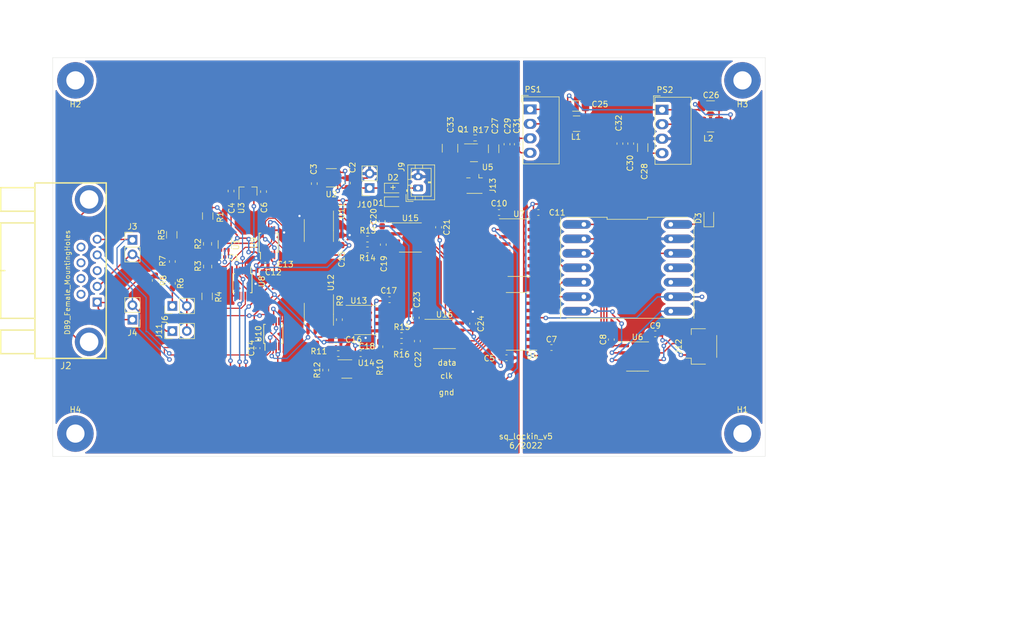
<source format=kicad_pcb>
(kicad_pcb (version 20211014) (generator pcbnew)
  (layers (0 "F.Cu" signal) (31 "B.Cu" signal) (34 "B.Paste" user) (35 "F.Paste" user) (36 "B.SilkS" user "B.Silkscreen") (37 "F.SilkS" user "F.Silkscreen") (38 "B.Mask" user) (39 "F.Mask" user) (44 "Edge.Cuts" user))
  (net 0 "")
  (net 1 "GND")
  (net 2 "Net-(C2-Pad1)")
  (net 3 "/vref")
  (net 4 "/I-")
  (net 5 "/I+")
  (net 6 "+3V3")
  (net 7 "/Sheet62237673/V-")
  (net 8 "/Sheet62237673/V+")
  (net 9 "VD")
  (net 10 "/Sheet624B5D4E/ctrl+")
  (net 11 "/Sheet624B5D4E/in+")
  (net 12 "/sheet624D2E57/V+")
  (net 13 "/sheet624D2E58/ctrl+")
  (net 14 "/Sheet621A3D16/in+")
  (net 15 "/Sheet621A3D16/in-")
  (net 16 "/sheet6256EE2A/out+")
  (net 17 "/sheet6256EE2A/out-")
  (net 18 "/sheet6256EE2A/ctrl+")
  (net 19 "/V-")
  (net 20 "/V+")
  (net 21 "Net-(J6-Pad1)")
  (net 22 "/Sheet6275CBF8/in+")
  (net 23 "/Sheet6275CBF8/in-")
  (net 24 "Net-(D2-Pad2)")
  (net 25 "Net-(R1-Pad1)")
  (net 26 "Net-(R2-Pad2)")
  (net 27 "Net-(R9-Pad1)")
  (net 28 "Net-(R10-Pad1)")
  (net 29 "Net-(R11-Pad2)")
  (net 30 "/Sheet62237673/Clk_in")
  (net 31 "/sheet624D2E57/Dout")
  (net 32 "/Sheet62237673/Dout")
  (net 33 "GNDD")
  (net 36 "Net-(U4-Pad2)")
  (net 37 "Net-(U4-Pad3)")
  (net 38 "Net-(U4-Pad4)")
  (net 39 "Net-(U4-Pad5)")
  (net 40 "Net-(U4-Pad6)")
  (net 41 "Net-(U4-Pad7)")
  (net 42 "Net-(U5-Pad4)")
  (net 45 "Net-(L1-Pad1)")
  (net 47 "/MC3.3")
  (net 48 "/power/digital")
  (net 49 "+5VD")
  (net 50 "unconnected-(J2-Pad0)")
  (net 56 "Net-(J5-Pad1)")
  (net 57 "Net-(J11-Pad1)")
  (net 58 "GNDPWR")
  (net 59 "Net-(J12-Pad3)")
  (net 60 "Net-(J12-Pad4)")
  (net 61 "Net-(R9-Pad2)")
  (net 62 "Net-(L2-Pad1)")
  (net 63 "/analog")
  (net 64 "Net-(C19-Pad1)")
  (net 65 "Net-(C19-Pad2)")
  (net 66 "Net-(C22-Pad1)")
  (net 67 "Net-(C22-Pad2)")
  (net 68 "Net-(C27-Pad1)")
  (net 69 "Net-(C33-Pad1)")
  (net 70 "/tx")
  (net 71 "/rx")
  (net 82 "Net-(U12-Pad1)")
  (net 83 "Net-(U12-Pad6)")
  (net 85 "/sheet624D2E57/V-")
  (footprint "Resistor_SMD:R_1206_3216Metric_Pad1.42x1.75mm_HandSolder" (layer "F.Cu") (at 137.2 77.8125 90)
    (fp_text reference "R1")
    (fp_text value "1M_0.1%")
  )
  (footprint "Resistor_SMD:R_1206_3216Metric_Pad1.42x1.75mm_HandSolder" (layer "F.Cu") (at 130.9 81.1125 90)
    (fp_text reference "R5")
    (fp_text value "1M_0.1%")
  )
  (footprint "Resistor_SMD:R_1206_3216Metric_Pad1.42x1.75mm_HandSolder" (layer "F.Cu") (at 137.1 91.9125 90)
    (fp_text reference "R4")
    (fp_text value "1M_0.1%")
  )
  (footprint "Resistor_SMD:R_0805_2012Metric_Pad1.15x1.40mm_HandSolder" (layer "F.Cu") (at 137.175 82.7 -90)
    (fp_text reference "R2")
    (fp_text value "75K_0.1%")
  )
  (footprint "Resistor_SMD:R_0603_1608Metric_Pad1.05x0.95mm_HandSolder" (layer "F.Cu") (at 131 89.625 -90)
    (fp_text reference "R6")
    (fp_text value "10K 0.1%")
  )
  (footprint "Connector_PinHeader_2.54mm:PinHeader_1x02_P2.54mm_Vertical" (layer "F.Cu") (at 131 93.6 90)
    (fp_text reference "J6")
    (fp_text value "Conn_01x02_Male_2.54mm")
  )
  (footprint "Capacitor_SMD:C_0603_1608Metric_Pad1.05x0.95mm_HandSolder" (layer "F.Cu") (at 161.7 72.025 90)
    (fp_text reference "C2")
    (fp_text value "1uF")
  )
  (footprint "Capacitor_SMD:C_0603_1608Metric_Pad1.05x0.95mm_HandSolder" (layer "F.Cu") (at 155.9 72.125 90)
    (fp_text reference "C3")
    (fp_text value "1uF")
  )
  (footprint "Package_TO_SOT_SMD:SOT-23-5" (layer "F.Cu") (at 158.9 71.1 180)
    (fp_text reference "U2")
    (fp_text value "LP5907MFX-3.3")
  )
  (footprint "Connector_JST:JST_PH_B2B-PH-K_1x02_P2.00mm_Vertical" (layer "F.Cu") (at 174.1 72.9 90)
    (fp_text reference "J9")
    (fp_text value "battery")
  )
  (footprint "Connector_PinSocket_2.54mm:PinSocket_1x02_P2.54mm_Vertical" (layer "F.Cu") (at 165.6 72.9 180)
    (fp_text reference "J10")
    (fp_text value "receptacle")
  )
  (footprint "Resistor_SMD:R_0603_1608Metric_Pad1.05x0.95mm_HandSolder" (layer "F.Cu") (at 131 85.8 90)
    (fp_text reference "R7")
    (fp_text value "100K_0.1%")
  )
  (footprint "Resistor_SMD:R_0805_2012Metric_Pad1.15x1.40mm_HandSolder" (layer "F.Cu") (at 137.2 86.675 -90)
    (fp_text reference "R3")
    (fp_text value "5K_0.1%")
  )
  (footprint "Connector_PinHeader_2.54mm:PinHeader_1x02_P2.54mm_Vertical" (layer "F.Cu") (at 131 98 90)
    (fp_text reference "J11")
    (fp_text value "Conn_01x02_Male_2.54mm")
  )
  (footprint "Capacitor_SMD:C_0603_1608Metric_Pad1.05x0.95mm_HandSolder" (layer "F.Cu") (at 141.3 73.425 90)
    (fp_text reference "C4")
    (fp_text value "1uF")
  )
  (footprint "Capacitor_SMD:C_0603_1608Metric_Pad1.05x0.95mm_HandSolder" (layer "F.Cu") (at 147 73.525 90)
    (fp_text reference "C6")
    (fp_text value "1uF")
  )
  (footprint "0my_footprints:DSUB-TH_DS1037-09FNAKT74-0CC" (layer "F.Cu") (at 116.4 87.4 180)
    (fp_text reference "J2")
    (fp_text value "DB9_Female_MountingHoles")
  )
  (footprint "Resistor_SMD:R_0603_1608Metric_Pad1.05x0.95mm_HandSolder" (layer "F.Cu") (at 128 89.125 -90)
    (fp_text reference "R8")
    (fp_text value "1K 0.1%")
  )
  (footprint "Package_TO_SOT_SMD:SOT-23" (layer "F.Cu") (at 144.27 73.475 90)
    (fp_text reference "U3")
    (fp_text value "REF3325")
  )
  (footprint "Resistor_SMD:R_0603_1608Metric_Pad1.05x0.95mm_HandSolder" (layer "F.Cu") (at 165.225 83.76 180)
    (fp_text reference "R14")
    (fp_text value "100")
  )
  (footprint "Capacitor_SMD:C_0603_1608Metric_Pad1.08x0.95mm_HandSolder" (layer "F.Cu") (at 168 82.835 90)
    (fp_text reference "C19")
    (fp_text value "100nF")
  )
  (footprint "Capacitor_SMD:C_0603_1608Metric_Pad1.08x0.95mm_HandSolder" (layer "F.Cu") (at 167.8 78.735 90)
    (fp_text reference "C20")
    (fp_text value "100nF")
  )
  (footprint "Capacitor_SMD:C_0603_1608Metric_Pad1.08x0.95mm_HandSolder" (layer "F.Cu") (at 177.7 79.785 -90)
    (fp_text reference "C21")
    (fp_text value "100nF")
  )
  (footprint "Resistor_SMD:R_0603_1608Metric_Pad1.05x0.95mm_HandSolder" (layer "F.Cu") (at 165.225 81.86 180)
    (fp_text reference "R13")
    (fp_text value "100")
  )
  (footprint "Package_SO:SOP-8_3.9x4.9mm_P1.27mm" (layer "F.Cu") (at 172.75 81.58)
    (fp_text reference "U15")
    (fp_text value "HX710C")
  )
  (footprint "Capacitor_SMD:C_0603_1608Metric_Pad1.08x0.95mm_HandSolder" (layer "F.Cu") (at 173.775 95.665 90)
    (fp_text reference "C23")
    (fp_text value "100nF")
  )
  (footprint "Capacitor_SMD:C_0603_1608Metric_Pad1.08x0.95mm_HandSolder" (layer "F.Cu") (at 173.975 99.765 90)
    (fp_text reference "C22")
    (fp_text value "100nF")
  )
  (footprint "Resistor_SMD:R_0603_1608Metric_Pad1.05x0.95mm_HandSolder" (layer "F.Cu") (at 171.2 100.69 180)
    (fp_text reference "R16")
    (fp_text value "100")
  )
  (footprint "Resistor_SMD:R_0603_1608Metric_Pad1.05x0.95mm_HandSolder" (layer "F.Cu") (at 171.2 98.79 180)
    (fp_text reference "R15")
    (fp_text value "100")
  )
  (footprint "Capacitor_SMD:C_0603_1608Metric_Pad1.08x0.95mm_HandSolder" (layer "F.Cu") (at 183.675 96.715 -90)
    (fp_text reference "C24")
    (fp_text value "100nF")
  )
  (footprint "Package_SO:SOP-8_3.9x4.9mm_P1.27mm" (layer "F.Cu") (at 178.725 98.51)
    (fp_text reference "U16")
    (fp_text value "HX710C")
  )
  (footprint "Connector_PinHeader_2.54mm:PinHeader_1x02_P2.54mm_Vertical" (layer "F.Cu") (at 124 82)
    (fp_text reference "J3")
    (fp_text value "Conn_01x02_Male_2.54mm")
  )
  (footprint "Connector_PinHeader_2.54mm:PinHeader_1x02_P2.54mm_Vertical" (layer "F.Cu") (at 124 96 180)
    (fp_text reference "J4")
    (fp_text value "Conn_01x02_Male_2.54mm")
  )
  (footprint "Capacitor_SMD:C_0603_1608Metric_Pad1.08x0.95mm_HandSolder" (layer "F.Cu") (at 159.7 99.66)
    (fp_text reference "C16")
    (fp_text value "100nF")
  )
  (footprint "Capacitor_SMD:C_0603_1608Metric_Pad1.08x0.95mm_HandSolder" (layer "F.Cu") (at 169.1 92.5 180)
    (fp_text reference "C17")
    (fp_text value "100nF")
  )
  (footprint "Resistor_SMD:R_0603_1608Metric_Pad1.05x0.95mm_HandSolder" (layer "F.Cu") (at 160.3 96 -90)
    (fp_text reference "R9")
    (fp_text value "5.49K")
  )
  (footprint "Resistor_SMD:R_0603_1608Metric_Pad1.05x0.95mm_HandSolder" (layer "F.Cu") (at 167.4 100.76 90)
    (fp_text reference "R10")
    (fp_text value "10")
  )
  (footprint "Resistor_SMD:R_0603_1608Metric_Pad1.05x0.95mm_HandSolder" (layer "F.Cu") (at 160.1 101.96 180)
    (fp_text reference "R11")
    (fp_text value "10K")
  )
  (footprint "Resistor_SMD:R_0603_1608Metric_Pad1.05x0.95mm_HandSolder" (layer "F.Cu") (at 157.9 104.86 -90)
    (fp_text reference "R12")
    (fp_text value "10K")
  )
  (footprint "Package_SO:SOIC-8_3.9x4.9mm_P1.27mm" (layer "F.Cu") (at 164.9 96.06)
    (fp_text reference "U13")
    (fp_text value "INA826")
  )
  (footprint "Capacitor_SMD:C_0603_1608Metric_Pad1.08x0.95mm_HandSolder" (layer "F.Cu") (at 164.025 101.96)
    (fp_text reference "C18")
    (fp_text value "100nF")
  )
  (footprint "Diode_SMD:D_SOD-323" (layer "F.Cu") (at 169.7 75.3)
    (fp_text reference "D1")
    (fp_text value "LBAT54HT1G")
  )
  (footprint "Diode_SMD:D_SOD-323" (layer "F.Cu") (at 169.7 72.9)
    (fp_text reference "D2")
    (fp_text value "LBAT54HT1G")
  )
  (footprint "Package_SO:SOIC-8_3.9x4.9mm_P1.27mm" (layer "F.Cu") (at 156.7 80.36 -90)
    (fp_text reference "U11")
    (fp_text value "OPA2376xxDGK")
  )
  (footprint "Capacitor_SMD:C_0603_1608Metric_Pad1.08x0.95mm_HandSolder" (layer "F.Cu") (at 160.7 82.06 90)
    (fp_text reference "C15")
    (fp_text value "100nF")
  )
  (footprint "Package_SO:SOIC-8_3.9x4.9mm_P1.27mm" (layer "F.Cu") (at 156.7 95.06 -90)
    (fp_text reference "U12")
    (fp_text value "OPA2376xxDGK")
  )
  (footprint "Package_TO_SOT_SMD:SOT-23-5" (layer "F.Cu") (at 161.6 104.66)
    (fp_text reference "U14")
    (fp_text value "OPA333xxDBV")
  )
  (footprint "Inductor_SMD:L_1210_3225Metric_Pad1.42x2.65mm_HandSolder" (layer "F.Cu") (at 201.9 61.6)
    (fp_text reference "L1")
    (fp_text value "6.8uH")
  )
  (footprint "Capacitor_SMD:C_1206_3216Metric_Pad1.33x1.80mm_HandSolder" (layer "F.Cu") (at 213.5 65.8 90)
    (fp_text reference "C28")
    (fp_text value "10uF_1206_50V")
  )
  (footprint "Converter_DCDC:Converter_DCDC_Murata_MEE1SxxxxSC_THT" (layer "F.Cu") (at 216.9 59.16)
    (fp_text reference "PS2")
    (fp_text value "B0305S-1WR2-0my_power")
  )
  (footprint "MountingHole:MountingHole_3.2mm_M3_Pad" (layer "F.Cu") (at 114 54 180)
    (fp_text reference "H2")
    (fp_text value "MountingHole")
  )
  (footprint "Connector_JST:JST_SH_SM04B-SRSS-TB_1x04-1MP_P1.00mm_Horizontal" (layer "F.Cu") (at 223.8 100.7 90)
    (fp_text reference "J12")
    (fp_text value "JST_SH_Conn_01x04_i2c_horizontal")
  )
  (footprint "0project:DIP-XIAO-QTPY" (layer "F.Cu") (at 210.8 86.9 -90)
    (fp_text reference "U5")
    (fp_text value "seeed_rp2040")
  )
  (footprint "Capacitor_SMD:C_0402_1005Metric" (layer "F.Cu") (at 146 101 90)
    (fp_text reference "C14")
    (fp_text value "100nF_0402")
  )
  (footprint "Capacitor_SMD:C_0603_1608Metric_Pad1.08x0.95mm_HandSolder" (layer "F.Cu") (at 188.3 77.2)
    (fp_text reference "C10")
    (fp_text value "100nF")
  )
  (footprint "Capacitor_SMD:C_0402_1005Metric" (layer "F.Cu") (at 139.7 85 180)
    (fp_text reference "C1")
    (fp_text value "100nF_0402")
  )
  (footprint "Capacitor_SMD:C_0603_1608Metric_Pad1.08x0.95mm_HandSolder" (layer "F.Cu") (at 195.2 77.2)
    (fp_text reference "C11")
    (fp_text value "100nF")
  )
  (footprint "Connector_Coaxial:U.FL_Hirose_U.FL-R-SMT-1_Vertical" (layer "F.Cu") (at 184 72 -90)
    (fp_text reference "J13")
    (fp_text value "Conn_Coaxial")
  )
  (footprint "Package_SO:MSOP-10_3x3mm_P0.5mm" (layer "F.Cu") (at 143.3 89.6 -90)
    (fp_text reference "U8")
    (fp_text value "RS2105XN")
  )
  (footprint "Package_TO_SOT_SMD:SOT-363_SC-70-6" (layer "F.Cu") (at 140.2 82.8 -90)
    (fp_text reference "U1")
    (fp_text value "NC7SB3157P6X")
  )
  (footprint "Package_SO:SOIC-8_3.9x4.9mm_P1.27mm" (layer "F.Cu") (at 212.6 102.47)
    (fp_text reference "U6")
    (fp_text value "PI121")
  )
  (footprint "Converter_DCDC:Converter_DCDC_Murata_MEE1SxxxxSC_THT" (layer "F.Cu") (at 193.7575 59.0925)
    (fp_text reference "PS1")
    (fp_text value "B0305S-1WR2-0my_power")
  )
  (footprint "Capacitor_SMD:C_0603_1608Metric_Pad1.08x0.95mm_HandSolder" (layer "F.Cu") (at 189.6 102.7)
    (fp_text reference "C5")
    (fp_text value "100nF")
  )
  (footprint "Package_TO_SOT_SMD:SOT-23" (layer "F.Cu") (at 183.9025 66.7075)
    (fp_text reference "Q1")
    (fp_text value "BC847C")
  )
  (footprint "Capacitor_SMD:C_0402_1005Metric" (layer "F.Cu") (at 146.3 87.5)
    (fp_text reference "C12")
    (fp_text value "100nF_0402")
  )
  (footprint "Package_SO:SOIC-16_3.9x9.9mm_P1.27mm" (layer "F.Cu") (at 191.5 96.3 180)
    (fp_text reference "U4")
    (fp_text value "pi162U")
  )
  (footprint "Capacitor_SMD:C_0603_1608Metric_Pad1.08x0.95mm_HandSolder" (layer "F.Cu") (at 197.5 100.9)
    (fp_text reference "C7")
    (fp_text value "100nF")
  )
  (footprint "MountingHole:MountingHole_3.2mm_M3_Pad" (layer "F.Cu") (at 114 116)
    (fp_text reference "H4")
    (fp_text value "MountingHole")
  )
  (footprint "Capacitor_SMD:C_0402_1005Metric" (layer "F.Cu") (at 147.3 86.3)
    (fp_text reference "C13")
    (fp_text value "100nF_0402")
  )
  (footprint "Capacitor_SMD:C_0603_1608Metric_Pad1.08x0.95mm_HandSolder" (layer "F.Cu") (at 209.5 65.1 -90)
    (fp_text reference "C32")
    (fp_text value "10nF")
  )
  (footprint "Capacitor_SMD:C_1206_3216Metric_Pad1.33x1.80mm_HandSolder" (layer "F.Cu") (at 201.9 58.5 180)
    (fp_text reference "C25")
    (fp_text value "4.7uF_1206_50V")
  )
  (footprint "Resistor_SMD:R_0603_1608Metric_Pad0.98x0.95mm_HandSolder" (layer "F.Cu") (at 184.1025 64.1075 180)
    (fp_text reference "R17")
    (fp_text value "1K")
  )
  (footprint "Capacitor_SMD:C_1210_3225Metric_Pad1.33x2.70mm_HandSolder" (layer "F.Cu") (at 179.7025 65.9075 -90)
    (fp_text reference "C33")
    (fp_text value "47uF")
  )
  (footprint "Capacitor_SMD:C_0603_1608Metric_Pad1.08x0.95mm_HandSolder" (layer "F.Cu") (at 189.7025 65.2075 -90)
    (fp_text reference "C29")
    (fp_text value "100nF")
  )
  (footprint "Package_SO:MSOP-10_3x3mm_P0.5mm" (layer "F.Cu") (at 147.9 82.5 90)
    (fp_text reference "U9")
    (fp_text value "RS2105XN")
  )
  (footprint "Capacitor_SMD:C_0603_1608Metric_Pad1.08x0.95mm_HandSolder" (layer "F.Cu") (at 208 99.5 90)
    (fp_text reference "C8")
    (fp_text value "100nF")
  )
  (footprint "MountingHole:MountingHole_3.2mm_M3_Pad" (layer "F.Cu") (at 231 116)
    (fp_text reference "H1")
    (fp_text value "MountingHole")
  )
  (footprint "Capacitor_SMD:C_0603_1608Metric_Pad1.08x0.95mm_HandSolder" (layer "F.Cu") (at 191.5025 65.2075 -90)
    (fp_text reference "C31")
    (fp_text value "10nF")
  )
  (footprint "Capacitor_SMD:C_1206_3216Metric_Pad1.33x1.80mm_HandSolder" (layer "F.Cu") (at 225.4 58.5 180)
    (fp_text reference "C26")
    (fp_text value "4.7uF_1206_50V")
  )
  (footprint "Diode_SMD:D_SOD-323" (layer "F.Cu") (at 225.1 78.2 90)
    (fp_text reference "D3")
    (fp_text value "LBAT54HT1G")
  )
  (footprint "Package_SO:MSOP-10_3x3mm_P0.5mm" (layer "F.Cu") (at 148.7 98.5 90)
    (fp_text reference "U10")
    (fp_text value "RS2105XN")
  )
  (footprint "Inductor_SMD:L_1210_3225Metric_Pad1.42x2.65mm_HandSolder" (layer "F.Cu") (at 225.4 61.7)
    (fp_text reference "L2")
    (fp_text value "6.8uH")
  )
  (footprint "Capacitor_SMD:C_1206_3216Metric_Pad1.33x1.80mm_HandSolder" (layer "F.Cu") (at 187.3525 66.0075 90)
    (fp_text reference "C27")
    (fp_text value "10uF_1206_50V")
  )
  (footprint "Package_SO:SOIC-16_3.9x9.9mm_P1.27mm" (layer "F.Cu") (at 191.8 83.36)
    (fp_text reference "U7")
    (fp_text value "ISO7760DBQ")
  )
  (footprint "Capacitor_SMD:C_0603_1608Metric_Pad1.08x0.95mm_HandSolder" (layer "F.Cu") (at 211.4 65.1 -90)
    (fp_text reference "C30")
    (fp_text value "100nF")
  )
  (footprint "Capacitor_SMD:C_0603_1608Metric_Pad1.08x0.95mm_HandSolder" (layer "F.Cu") (at 215.7 98.5)
    (fp_text reference "C9")
    (fp_text value "100nF")
  )
  (footprint "MountingHole:MountingHole_3.2mm_M3_Pad" (layer "F.Cu") (at 231 54 180)
    (fp_text reference "H3")
    (fp_text value "MountingHole")
  )
  (gr_line (start 110 120) (end 110 50) (layer "Edge.Cuts") (width 0.05))
  (gr_line (start 235 50) (end 235 120) (layer "Edge.Cuts") (width 0.05))
  (gr_line (start 235 120) (end 110 120) (layer "Edge.Cuts") (width 0.05))
  (gr_line (start 110 50) (end 235 50) (layer "Edge.Cuts") (width 0.05))
  (gr_text "sq_lockin_v5\n6/2022" (at 193 117.3) (layer "F.SilkS") (effects (font (size 1 1))))
  (gr_text "data" (at 179.2 103.56) (layer "F.SilkS") (effects (font (size 1 1))))
  (gr_text "+" (at 169.7 72.7) (layer "F.SilkS") (effects (font (size 1 1))))
  (gr_text "clk" (at 179.1 105.86) (layer "F.SilkS") (effects (font (size 1 1))))
  (gr_text "gnd" (at 179.1 108.76) (layer "F.SilkS") (effects (font (size 1 1))))
  (segment (start 161.7 71.15) (end 165.2 71.15) (width 0.25) (layer "F.Cu") (net 1))
  (segment (start 161.7 71.15) (end 156 71.15) (width 0.25) (layer "F.Cu") (net 1))
  (segment (start 160.575 99.66) (end 161.74 99.66) (width 0.25) (layer "F.Cu") (net 1))
  (segment (start 140.2 81.85) (end 140.2 80.9) (width 0.25) (layer "F.Cu") (net 1))
  (segment (start 139.22 85) (end 139.22 85.88) (width 0.25) (layer "F.Cu") (net 1))
  (segment (start 161.445001 104.755001) (end 161.445001 106.714999) (width 0.25) (layer "F.Cu") (net 1))
  (segment (start 190.8 101.6) (end 190.8 92.8) (width 0.25) (layer "F.Cu") (net 1))
  (segment (start 166.135 97.965) (end 164.9 99.2) (width 0.25) (layer "F.Cu") (net 1))
  (segment (start 150.2 80.3) (end 150.6 80.7) (width 0.25) (layer "F.Cu") (net 1))
  (segment (start 149.7 96.3) (end 150.1 95.9) (width 0.25) (layer "F.Cu") (net 1))
  (segment (start 146 99.58998) (end 146.08998 99.5) (width 0.25) (layer "F.Cu") (net 1))
  (segment (start 147.78 86.5) (end 147.78 86.3) (width 0.25) (layer "F.Cu") (net 1))
  (segment (start 193.7575 64.1725) (end 191.675 64.1725) (width 0.25) (layer "F.Cu") (net 1))
  (segment (start 160.51 104.68) (end 161.37 104.68) (width 0.25) (layer "F.Cu") (net 1))
  (segment (start 145.224614 89.7) (end 145.6 89.7) (width 0.25) (layer "F.Cu") (net 1))
  (segment (start 143.8 87.4) (end 143.8 86) (width 0.25) (layer "F.Cu") (net 1))
  (segment (start 141.3 72.55) (end 144.195 72.55) (width 0.25) (layer "F.Cu") (net 1))
  (segment (start 190.8 92.8) (end 189.855 91.855) (width 0.25) (layer "F.Cu") (net 1))
  (segment (start 154.795 93.56) (end 154.795 92.585) (width 0.25) (layer "F.Cu") (net 1))
  (segment (start 167.375 97.965) (end 166.135 97.965) (width 0.25) (layer "F.Cu") (net 1))
  (segment (start 153.3 77.8) (end 154.71 77.8) (width 0.25) (layer "F.Cu") (net 1))
  (segment (start 146 100.52) (end 146 99.58998) (width 0.25) (layer "F.Cu") (net 1))
  (segment (start 165.6 70.75) (end 165.2 71.15) (width 0.25) (layer "F.Cu") (net 1))
  (segment (start 183.675 94.625) (end 183.7 94.6) (width 0.25) (layer "F.Cu") (net 1))
  (segment (start 161.37 104.68) (end 161.445001 104.755001) (width 0.25) (layer "F.Cu") (net 1))
  (segment (start 146.78 87.5) (end 147.78 86.5) (width 0.25) (layer "F.Cu") (net 1))
  (segment (start 190.4625 101.9375) (end 190.8 101.6) (width 0.25) (layer "F.Cu") (net 1))
  (segment (start 142.8 91.8) (end 142.3 91.8) (width 0.25) (layer "F.Cu") (net 1))
  (segment (start 139.22 85.88) (end 139.2 85.9) (width 0.25) (layer "F.Cu") (net 1))
  (segment (start 190.4625 102.7) (end 190.4625 101.9375) (width 0.25) (layer "F.Cu") (net 1))
  (segment (start 160.7 81.185) (end 162.075 81.185) (width 0.25) (layer "F.Cu") (net 1))
  (segment (start 144.6 85.2) (end 143.8 86) (width 0.25) (layer "F.Cu") (net 1))
  (segment (start 183.675 95.84) (end 183.675 94.625) (width 0.25) (layer "F.Cu") (net 1))
  (segment (start 143.8 87.4) (end 143.8 88.275386) (width 0.25) (layer "F.Cu") (net 1))
  (segment (start 150.1 95.9) (end 150.1 94.7) (width 0.25) (layer "F.Cu") (net 1))
  (segment (start 148.9 80.3) (end 150.2 80.3) (width 0.25) (layer "F.Cu") (net 1))
  (segment (start 143.8 88.275386) (end 145.224614 89.7) (width 0.25) (layer "F.Cu") (net 1))
  (segment (start 145.7 85.2) (end 144.6 85.2) (width 0.25) (layer "F.Cu") (net 1))
  (segment (start 144.27 72.475) (end 146.825 72.475) (width 0.25) (layer "F.Cu") (net 1))
  (segment (start 162.075 81.185) (end 162.1 81.16) (width 0.25) (layer "F.Cu") (net 1))
  (via (at 164.9 99.2) (size 0.8) (drill 0.4) (layers "F.Cu" "B.Cu") (net 1))
  (via (at 150.6 80.7) (size 0.8) (drill 0.4) (layers "F.Cu" "B.Cu") (net 1))
  (via (at 153.3 77.8) (size 0.8) (drill 0.4) (layers "F.Cu" "B.Cu") (net 1))
  (via (at 146.08998 99.5) (size 0.8) (drill 0.4) (layers "F.Cu" "B.Cu") (net 1))
  (via (at 145.6 89.7) (size 0.8) (drill 0.4) (layers "F.Cu" "B.Cu") (net 1))
  (via (at 162.1 81.16) (size 0.8) (drill 0.4) (layers "F.Cu" "B.Cu") (net 1))
  (via (at 139.2 85.9) (size 0.8) (drill 0.4) (layers "F.Cu" "B.Cu") (net 1))
  (via (at 145.7 85.2) (size 0.8) (drill 0.4) (layers "F.Cu" "B.Cu") (net 1))
  (via (at 183.7 94.6) (size 0.8) (drill 0.4) (layers "F.Cu" "B.Cu") (net 1))
  (segment (start 150.6 80.5) (end 153.3 77.8) (width 0.25) (layer "B.Cu") (net 1))
  (segment (start 150.6 80.7) (end 150.6 80.5) (width 0.25) (layer "B.Cu") (net 1))
  (segment (start 160 72.05) (end 160 73.4) (width 0.25) (layer "F.Cu") (net 2))
  (segment (start 161.7 72.9) (end 160.85 72.9) (width 0.25) (layer "F.Cu") (net 2))
  (segment (start 160.85 72.9) (end 160 72.05) (width 0.25) (layer "F.Cu") (net 2))
  (segment (start 160 70.15) (end 161.05 70.15) (width 0.25) (layer "F.Cu") (net 2))
  (segment (start 161.05 70.15) (end 161.3 69.9) (width 0.25) (layer "F.Cu") (net 2))
  (segment (start 165.5 72.9) (end 161.7 72.9) (width 0.25) (layer "F.Cu") (net 2))
  (segment (start 168.65 75.3) (end 168.65 72.9) (width 0.25) (layer "F.Cu") (net 2))
  (segment (start 165.5 72.9) (end 168.65 72.9) (width 0.25) (layer "F.Cu") (net 2))
  (via (at 160 73.4) (size 0.8) (drill 0.4) (layers "F.Cu" "B.Cu") (net 2))
  (via (at 161.3 69.9) (size 0.8) (drill 0.4) (layers "F.Cu" "B.Cu") (net 2))
  (segment (start 161.3 72.1) (end 160 73.4) (width 0.25) (layer "B.Cu") (net 2))
  (segment (start 161.3 69.9) (end 161.3 72.1) (width 0.25) (layer "B.Cu") (net 2))
  (segment (start 167.8 79.61) (end 166.55 79.61) (width 0.25) (layer "F.Cu") (net 3))
  (segment (start 166.55 79.61) (end 166.5 79.56) (width 0.25) (layer "F.Cu") (net 3))
  (segment (start 167.8 79.61) (end 170.06 79.61) (width 0.25) (layer "F.Cu") (net 3))
  (segment (start 173.775 96.54) (end 172.525 96.54) (width 0.25) (layer "F.Cu") (net 3))
  (segment (start 173.775 96.54) (end 176.035 96.54) (width 0.25) (layer "F.Cu") (net 3))
  (segment (start 172.525 96.54) (end 172.475 96.49) (width 0.25) (layer "F.Cu") (net 3))
  (segment (start 147 74.4) (end 145.295 74.4) (width 0.25) (layer "F.Cu") (net 3))
  (segment (start 148.4 75.8) (end 162.74 75.8) (width 0.25) (layer "F.Cu") (net 3))
  (segment (start 144.3 90.9) (end 142.3 88.9) (width 0.25) (layer "F.Cu") (net 3))
  (segment (start 145.3 76.1) (end 145.3 74.555) (width 0.25) (layer "F.Cu") (net 3))
  (segment (start 142.3 87.4) (end 142.3 86.1) (width 0.25) (layer "F.Cu") (net 3))
  (segment (start 142.3 88.9) (end 142.3 87.4) (width 0.25) (layer "F.Cu") (net 3))
  (segment (start 162.74 75.8) (end 166.5 79.56) (width 0.25) (layer "F.Cu") (net 3))
  (segment (start 147 74.4) (end 148.4 75.8) (width 0.25) (layer "F.Cu") (net 3))
  (segment (start 144.3 91.8) (end 144.3 90.9) (width 0.25) (layer "F.Cu") (net 3))
  (via (at 166.5 79.56) (size 0.8) (drill 0.4) (layers "F.Cu" "B.Cu") (net 3))
  (via (at 172.475 96.49) (size 0.8) (drill 0.4) (layers "F.Cu" "B.Cu") (net 3))
  (via (at 145.3 76.1) (size 0.8) (drill 0.4) (layers "F.Cu" "B.Cu") (net 3))
  (via (at 142.3 86.1) (size 0.8) (drill 0.4) (layers "F.Cu" "B.Cu") (net 3))
  (segment (start 166.5 79.56) (end 169 79.56) (width 0.25) (layer "B.Cu") (net 3))
  (segment (start 145.3 84.249502) (end 145.3 76.1) (width 0.25) (layer "B.Cu") (net 3))
  (segment (start 169 79.56) (end 172.475 83.035) (width 0.25) (layer "B.Cu") (net 3))
  (segment (start 142.3 86.1) (end 143.449502 86.1) (width 0.25) (layer "B.Cu") (net 3))
  (segment (start 143.449502 86.1) (end 145.3 84.249502) (width 0.25) (layer "B.Cu") (net 3))
  (segment (start 172.475 83.035) (end 172.475 96.49) (width 0.25) (layer "B.Cu") (net 3))
  (segment (start 134.575 90.425) (end 137.1 90.425) (width 0.25) (layer "F.Cu") (net 4))
  (segment (start 133.54 93.6) (end 133.54 91.46) (width 0.25) (layer "F.Cu") (net 4))
  (segment (start 137.2 87.8) (end 137.2 90.325) (width 0.25) (layer "F.Cu") (net 4))
  (segment (start 133.54 98) (end 133.54 93.6) (width 0.25) (layer "F.Cu") (net 4))
  (segment (start 118 90.23) (end 123.69 84.54) (width 0.25) (layer "F.Cu") (net 4))
  (segment (start 133.54 91.46) (end 134.575 90.425) (width 0.25) (layer "F.Cu") (net 4))
  (segment (start 133.54 93.6) (end 124.48 84.54) (width 0.25) (layer "B.Cu") (net 4))
  (segment (start 140.414259 86.675) (end 143.789259 83.3) (width 0.2) (layer "F.Cu") (net 5))
  (segment (start 147.3 83.3) (end 147.4 83.4) (width 0.2) (layer "F.Cu") (net 5))
  (segment (start 147.4 83.3) (end 147.4 84.7) (width 0.2) (layer "F.Cu") (net 5))
  (segment (start 120.9 93) (end 125.65 88.25) (width 0.25) (layer "F.Cu") (net 5))
  (segment (start 119.95 96) (end 124 96) (width 0.25) (layer "F.Cu") (net 5))
  (segment (start 125.65 88.25) (end 128 88.25) (width 0.25) (layer "F.Cu") (net 5))
  (segment (start 118 93) (end 118 94.05) (width 0.25) (layer "F.Cu") (net 5))
  (segment (start 148.4 82.3) (end 147.4 83.3) (width 0.2) (layer "F.Cu") (net 5))
  (segment (start 128.5 88.75) (end 128 88.25) (width 0.25) (layer "F.Cu") (net 5))
  (segment (start 118 93) (end 120.9 93) (width 0.25) (layer "F.Cu") (net 5))
  (segment (start 131 88.75) (end 128.5 88.75) (width 0.25) (layer "F.Cu") (net 5))
  (segment (start 143.789259 83.3) (end 147.3 83.3) (width 0.2) (layer "F.Cu") (net 5))
  (segment (start 147.4 83.4) (end 147.4 84.7) (width 0.2) (layer "F.Cu") (net 5))
  (segment (start 131 88.75) (end 131 86.7) (width 0.25) (layer "F.Cu") (net 5))
  (segment (start 118 94.05) (end 119.95 96) (width 0.25) (layer "F.Cu") (net 5))
  (segment (start 148.4 80.3) (end 148.4 82.3) (width 0.2) (layer "F.Cu") (net 5))
  (segment (start 131 86.675) (end 140.414259 86.675) (width 0.2) (layer "F.Cu") (net 5))
  (segment (start 157.8 72.05) (end 156.85 72.05) (width 0.25) (layer "F.Cu") (net 6))
  (segment (start 156.85 72.05) (end 155.9 73) (width 0.25) (layer "F.Cu") (net 6))
  (segment (start 177.7 80.66) (end 177.7 81.86) (width 0.25) (layer "F.Cu") (net 6))
  (segment (start 177.7 81.86) (end 177.9 82.06) (width 0.25) (layer "F.Cu") (net 6))
  (segment (start 175.375 80.945) (end 177.415 80.945) (width 0.25) (layer "F.Cu") (net 6))
  (segment (start 181.35 97.875) (end 183.39 97.875) (width 0.25) (layer "F.Cu") (net 6))
  (segment (start 183.675 98.79) (end 183.875 98.99) (width 0.25) (layer "F.Cu") (net 6))
  (segment (start 183.675 97.59) (end 183.675 98.79) (width 0.25) (layer "F.Cu") (net 6))
  (segment (start 179.20048 76.40048) (end 179.2 76.4) (width 0.25) (layer "F.Cu") (net 6))
  (segment (start 186.30048 76.40048) (end 179.20048 76.40048) (width 0.25) (layer "F.Cu") (net 6))
  (segment (start 168.8 94.2) (end 167.42 94.2) (width 0.25) (layer "F.Cu") (net 6))
  (segment (start 158.825 99.66) (end 157.9 99.66) (width 0.25) (layer "F.Cu") (net 6))
  (segment (start 187.5 101.4625) (end 188.7375 102.7) (width 0.25) (layer "F.Cu") (net 6))
  (segment (start 187.4 78.5) (end 187.4 77.2375) (width 0.25) (layer "F.Cu") (net 6))
  (segment (start 161.975 82.935) (end 162 82.96) (width 0.25) (layer "F.Cu") (net 6))
  (segment (start 144.382604 84.1423) (end 145.666914 84.1423) (width 0.25) (layer "F.Cu") (net 6))
  (segment (start 178.94 80.66) (end 177.7 80.66) (width 0.25) (layer "F.Cu") (net 6))
  (segment (start 157.9 99.66) (end 157.6 99.96) (width 0.25) (layer "F.Cu") (net 6))
  (segment (start 188.7375 102.7) (end 188.7375 103.9625) (width 0.25) (layer "F.Cu") (net 6))
  (segment (start 147.7 100.7) (end 147.7 101.5) (width 0.25) (layer "F.Cu") (net 6))
  (segment (start 141.3 80.1) (end 142.4 81.2) (width 0.25) (layer "F.Cu") (net 6))
  (segment (start 189.325 78.915) (end 187.815 78.915) (width 0.25) (layer "F.Cu") (net 6))
  (segment (start 142.4 81.2) (end 142.4 81.7) (width 0.25) (layer "F.Cu") (net 6))
  (segment (start 146.424511 85.775489) (end 145.7 86.5) (width 0.25) (layer "F.Cu") (net 6))
  (segment (start 158.605 97.535) (end 158.605 99.44) (width 0.25) (layer "F.Cu") (net 6))
  (segment (start 145.82 87.5) (end 145.82 86.62) (width 0.25) (layer "F.Cu") (net 6))
  (segment (start 167.251478 75.0755) (end 168.575978 76.4) (width 0.25) (layer "F.Cu") (net 6))
  (segment (start 157.9755 75.0755) (end 160.9 75.0755) (width 0.25) (layer "F.Cu") (net 6))
  (segment (start 187.1 77.2) (end 186.30048 76.40048) (width 0.25) (layer "F.Cu") (net 6))
  (segment (start 158.605 82.835) (end 160.6 82.835) (width 0.25) (layer "F.Cu") (net 6))
  (segment (start 145.666914 84.1423) (end 146.424511 84.899897) (width 0.25) (layer "F.Cu") (net 6))
  (segment (start 145.36548 100.85241) (end 145.36548 95.145276) (width 0.25) (layer "F.Cu") (net 6))
  (segment (start 146.39548 101.77548) (end 146.1 101.48) (width 0.25) (layer "F.Cu") (net 6))
  (segment (start 146.82 86.3) (end 145.82 87.3) (width 0.25) (layer "F.Cu") (net 6))
  (segment (start 145.82 87.3) (end 145.82 87.5) (width 0.25) (layer "F.Cu") (net 6))
  (segment (start 155.9 73) (end 157.9755 75.0755) (width 0.25) (layer "F.Cu") (net 6))
  (segment (start 189.025 100.745) (end 187.555 100.745) (width 0.25) (layer "F.Cu") (net 6))
  (segment (start 140.18 85) (end 140.18 85.88) (width 0.25) (layer "F.Cu") (net 6))
  (segment (start 187.815 78.915) (end 187.4 78.5) (width 0.25) (layer "F.Cu") (net 6))
  (segment (start 146.424511 84.899897) (end 146.424511 85.775489) (width 0.25) (layer "F.Cu") (net 6))
  (segment (start 144.3 87.4) (end 145.72 87.4) (width 0.25) (layer "F.Cu") (net 6))
  (segment (start 168.575978 76.4) (end 179.2 76.4) (width 0.25) (layer "F.Cu") (net 6))
  (segment (start 146.9 84.7) (end 146.9 86.22) (width 0.25) (layer "F.Cu") (net 6))
  (segment (start 179.4 80.2) (end 178.94 80.66) (width 0.25) (layer "F.Cu") (net 6))
  (segment (start 147.7 101.5) (end 147.42452 101.77548) (width 0.25) (layer "F.Cu") (net 6))
  (segment (start 168.2375 92.5) (end 168.2375 93.6375) (width 0.25) (layer "F.Cu") (net 6))
  (segment (start 145.36548 95.145276) (end 148.905378 91.605378) (width 0.25) (layer "F.Cu") (net 6))
  (segment (start 163.15 101.96) (end 163.15 103.71) (width 0.25) (layer "F.Cu") (net 6))
  (segment (start 163.15 103.71) (end 163.13 103.73) (width 0.25) (layer "F.Cu") (net 6))
  (segment (start 179.2 76.4) (end 179.4 76.4) (width 0.25) (layer "F.Cu") (net 6))
  (segment (start 145.82 86.62) (end 145.7 86.5) (width 0.25) (layer "F.Cu") (net 6))
  (segment (start 187.555 100.745) (end 187.5 100.8) (width 0.25) (layer "F.Cu") (net 6))
  (segment (start 168.2375 93.6375) (end 168.8 94.2) (width 0.25) (layer "F.Cu") (net 6))
  (segment (start 163.15 101.96) (end 160.975 101.96) (width 0.25) (layer "F.Cu") (net 6))
  (segment (start 188.7375 103.9625) (end 188.6 104.1) (width 0.25) (layer "F.Cu") (net 6))
  (segment (start 140.18 85) (end 140.18 83.77) (width 0.25) (layer "F.Cu") (net 6))
  (segment (start 145.99307 101.48) (end 145.36548 100.85241) (width 0.25) (layer "F.Cu") (net 6))
  (segment (start 140.18 85.88) (end 140.2 85.9) (width 0.25) (layer "F.Cu") (net 6))
  (segment (start 147.42452 101.77548) (end 146.39548 101.77548) (width 0.25) (layer "F.Cu") (net 6))
  (segment (start 187.5 100.8) (end 187.5 101.4625) (width 0.25) (layer "F.Cu") (net 6))
  (segment (start 179.4 76.4) (end 179.4 80.2) (width 0.25) (layer "F.Cu") (net 6))
  (segment (start 141.3 74.3) (end 141.3 80.1) (width 0.25) (layer "F.Cu") (net 6))
  (segment (start 160.9 75.0755) (end 167.251478 75.0755) (width 0.25) (layer "F.Cu") (net 6))
  (segment (start 142.4 81.7) (end 144.2245 81.7) (width 0.25) (layer "F.Cu") (net 6))
  (segment (start 141.3 74.3) (end 143.145 74.3) (width 0.25) (layer "F.Cu") (net 6))
  (segment (start 160.7 82.935) (end 161.975 82.935) (width 0.25) (layer "F.Cu") (net 6))
  (segment (start 144.2245 81.7) (end 144.4 81.8755) (width 0.25) (layer "F.Cu") (net 6))
  (segment (start 166.8 92.7) (end 168.0375 92.7) (width 0.25) (layer "F.Cu") (net 6))
  (segment (start 163.1 100.56) (end 163.1 101.91) (width 0.25) (layer "F.Cu") (net 6))
  (via (at 177.9 82.06) (size 0.8) (drill 0.4) (layers "F.Cu" "B.Cu") (net 6))
  (via (at 183.875 98.99) (size 0.8) (drill 0.4) (layers "F.Cu" "B.Cu") (net 6))
  (via (at 140.2 85.9) (size 0.8) (drill 0.4) (layers "F.Cu" "B.Cu") (net 6))
  (via (at 157.6 99.96) (size 0.8) (drill 0.4) (layers "F.Cu" "B.Cu") (net 6))
  (via (at 188.6 104.1) (size 0.8) (drill 0.4) (layers "F.Cu" "B.Cu") (net 6))
  (via (at 163.1 100.56) (size 0.8) (drill 0.4) (layers "F.Cu" "B.Cu") (net 6))
  (via (at 162 82.96) (size 0.8) (drill 0.4) (layers "F.Cu" "B.Cu") (net 6))
  (via (at 145.7 86.5) (size 0.8) (drill 0.4) (layers "F.Cu" "B.Cu") (net 6))
  (via (at 148.905378 91.605378) (size 0.8) (drill 0.4) (layers "F.Cu" "B.Cu") (net 6))
  (via (at 144.4 81.8755) (size 0.8) (drill 0.4) (layers "F.Cu" "B.Cu") (net 6))
  (via (at 144.382604 84.1423) (size 0.8) (drill 0.4) (layers "F.Cu" "B.Cu") (net 6))
  (via (at 166.8 92.7) (size 0.8) (drill 0.4) (layers "F.Cu" "B.Cu") (net 6))
  (via (at 160.9 75.0755) (size 0.8) (drill 0.4) (layers "F.Cu" "B.Cu") (net 6))
  (via (at 142.4 81.7) (size 0.8) (drill 0.4) (layers "F.Cu" "B.Cu") (net 6))
  (segment (start 144.4 84.124904) (end 144.382604 84.1423) (width 0.25) (layer "B.Cu") (net 6))
  (segment (start 157.6 99.96) (end 157.26 99.96) (width 0.25) (layer "B.Cu") (net 6))
  (segment (start 145.7 88.4) (end 145.7 86.5) (width 0.25) (layer "B.Cu") (net 6))
  (segment (start 162.5 99.96) (end 163.1 100.56) (width 0.25) (layer "B.Cu") (net 6))
  (segment (start 157.26 99.96) (end 145.7 88.4) (width 0.25) (layer "B.Cu") (net 6))
  (segment (start 144.4 81.8755) (end 144.4 84.124904) (width 0.25) (layer "B.Cu") (net 6))
  (segment (start 158.175489 86.824511) (end 146.024511 86.824511) (width 0.25) (layer "B.Cu") (net 6))
  (segment (start 146.024511 86.824511) (end 145.7 86.5) (width 0.25) (layer "B.Cu") (net 6))
  (segment (start 177.9 93.2) (end 183.69 98.99) (width 0.25) (layer "B.Cu") (net 6))
  (segment (start 160.9 81.86) (end 162 82.96) (width 0.25) (layer "B.Cu") (net 6))
  (segment (start 188.6 104.1) (end 183.875 99.375) (width 0.25) (layer "B.Cu") (net 6))
  (segment (start 162 83) (end 158.175489 86.824511) (width 0.25) (layer "B.Cu") (net 6))
  (segment (start 166.5 100.56) (end 166.5 93) (width 0.25) (layer "B.Cu") (net 6))
  (segment (start 162 82.96) (end 162 83) (width 0.25) (layer "B.Cu") (net 6))
  (segment (start 166.5 100.56) (end 163.1 100.56) (width 0.25) (layer "B.Cu") (net 6))
  (segment (start 142.4 81.7) (end 140.2 83.9) (width 0.25) (layer "B.Cu") (net 6))
  (segment (start 140.2 83.9) (end 140.2 85.9) (width 0.25) (layer "B.Cu") (net 6))
  (segment (start 177.9 82.06) (end 177.9 93.2) (width 0.25) (layer "B.Cu") (net 6))
  (segment (start 157.6 99.96) (end 162.5 99.96) (width 0.25) (layer "B.Cu") (net 6))
  (segment (start 183.69 98.99) (end 183.875 98.99) (width 0.25) (layer "B.Cu") (net 6))
  (segment (start 160.9 75.0755) (end 160.9 81.86) (width 0.25) (layer "B.Cu") (net 6))
  (segment (start 166.5 93) (end 166.8 92.7) (width 0.25) (layer "B.Cu") (net 6))
  (segment (start 183.875 99.375) (end 183.875 98.99) (width 0.25) (layer "B.Cu") (net 6))
  (segment (start 158.605 77.885) (end 160.85 77.885) (width 0.25) (layer "F.Cu") (net 7))
  (segment (start 158.5 76.56) (end 158.605 76.665) (width 0.25) (layer "F.Cu") (net 7))
  (segment (start 163.435 81.86) (end 164.35 81.86) (width 0.25) (layer "F.Cu") (net 7))
  (segment (start 157.335 76.525) (end 157.37 76.56) (width 0.25) (layer "F.Cu") (net 7))
  (segment (start 157.37 76.56) (end 158.5 76.56) (width 0.25) (layer "F.Cu") (net 7))
  (segment (start 158.605 76.665) (end 158.605 77.885) (width 0.25) (layer "F.Cu") (net 7))
  (segment (start 163.435 80.47) (end 163.435 81.86) (width 0.25) (layer "F.Cu") (net 7))
  (segment (start 160.85 77.885) (end 163.435 80.47) (width 0.25) (layer "F.Cu") (net 7))
  (segment (start 157.335 77.885) (end 157.335 76.525) (width 0.25) (layer "F.Cu") (net 7))
  (segment (start 157.335 83.925) (end 157.335 82.835) (width 0.25) (layer "F.Cu") (net 8))
  (segment (start 158.185 84.66) (end 163.925 84.66) (width 0.25) (layer "F.Cu") (net 8))
  (segment (start 157.335 82.835) (end 157.335 83.81) (width 0.25) (layer "F.Cu") (net 8))
  (segment (start 163.925 84.66) (end 164.35 84.235) (width 0.25) (layer "F.Cu") (net 8))
  (segment (start 157.2 84.06) (end 157.335 83.925) (width 0.25) (layer "F.Cu") (net 8))
  (segment (start 156.065 82.835) (end 156.065 83.925) (width 0.25) (layer "F.Cu") (net 8))
  (segment (start 164.35 84.235) (end 164.35 83.76) (width 0.25) (layer "F.Cu") (net 8))
  (segment (start 156.2 84.06) (end 157.2 84.06) (width 0.25) (layer "F.Cu") (net 8))
  (segment (start 157.335 83.81) (end 158.185 84.66) (width 0.25) (layer "F.Cu") (net 8))
  (segment (start 156.065 83.925) (end 156.2 84.06) (width 0.25) (layer "F.Cu") (net 8))
  (segment (start 226.8875 61.7) (end 226.8875 58.575) (width 0.25) (layer "F.Cu") (net 9))
  (segment (start 226.9625 58.5) (end 224.9625 56.5) (width 0.25) (layer "F.Cu") (net 9))
  (segment (start 223.3 96.4) (end 223.3 101.2) (width 0.25) (layer "F.Cu") (net 9))
  (segment (start 216.9 96.4) (end 223.3 96.4) (width 0.25) (layer "F.Cu") (net 9))
  (segment (start 214.8375 98.4625) (end 216.9 96.4) (width 0.25) (layer "F.Cu") (net 9))
  (segment (start 215.2375 98.6) (end 215.2375 100.4025) (width 0.25) (layer "F.Cu") (net 9))
  (segment (start 224.9625 56.5) (end 203.9 56.5) (width 0.25) (layer "F.Cu") (net 9))
  (segment (start 222.7 101.2) (end 223.3 101.2) (width 0.25) (layer "F.Cu") (net 9))
  (segment (start 203.9 56.5) (end 203.4625 56.9375) (width 0.25) (layer "F.Cu") (net 9))
  (segment (start 225.6 101.2) (end 227.3 99.5) (width 0.25) (layer "F.Cu") (net 9))
  (segment (start 226.8625 95.8625) (end 226.8625 61.725) (width 0.25) (layer "F.Cu") (net 9))
  (segment (start 203.4625 56.9375) (end 203.4625 58.5) (width 0.25) (layer "F.Cu") (net 9))
  (segment (start 222.7 101.2) (end 225.6 101.2) (width 0.25) (layer "F.Cu") (net 9))
  (segment (start 227.3 96.3) (end 226.8625 95.8625) (width 0.25) (layer "F.Cu") (net 9))
  (segment (start 203.4625 58.5) (end 203.4625 61.525) (width 0.25) (layer "F.Cu") (net 9))
  (segment (start 227.3 99.5) (end 227.3 96.3) (width 0.25) (layer "F.Cu") (net 9))
  (segment (start 221.625 101.2) (end 222.7 101.2) (width 0.25) (layer "F.Cu") (net 9))
  (segment (start 148.4 84.7) (end 148.4 85.6) (width 0.25) (layer "F.Cu") (net 10))
  (segment (start 146.6125 108.2875) (end 143.9 105.575) (width 0.25) (layer "F.Cu") (net 10))
  (segment (start 148.9 89.2) (end 148.9 86.1) (width 0.25) (layer "F.Cu") (net 10))
  (segment (start 148.2 78.9) (end 147.9 79.2) (width 0.25) (layer "F.Cu") (net 10))
  (segment (start 143.9 105.575) (end 143.9 103.4) (width 0.25) (layer "F.Cu") (net 10))
  (segment (start 144.4 93.7) (end 148.9 89.2) (width 0.25) (layer "F.Cu") (net 10))
  (segment (start 189.025 98.205) (end 187.602153 98.205) (width 0.25) (layer "F.Cu") (net 10))
  (segment (start 187.602153 98.205) (end 177.583121 108.224031) (width 0.25) (layer "F.Cu") (net 10))
  (segment (start 147.9 79.2) (end 147.9 80.3) (width 0.25) (layer "F.Cu") (net 10))
  (segment (start 177.583121 108.224031) (end 146.675969 108.224031) (width 0.25) (layer "F.Cu") (net 10))
  (segment (start 148.4 85.6) (end 148.9 86.1) (width 0.25) (layer "F.Cu") (net 10))
  (segment (start 146.675969 108.224031) (end 146.6125 108.2875) (width 0.25) (layer "F.Cu") (net 10))
  (via (at 144.4 93.7) (size 0.8) (drill 0.4) (layers "F.Cu" "B.Cu") (net 10))
  (via (at 148.2 78.9) (size 0.8) (drill 0.4) (layers "F.Cu" "B.Cu") (net 10))
  (via (at 148.9 86.1) (size 0.8) (drill 0.4) (layers "F.Cu" "B.Cu") (net 10))
  (via (at 143.9 103.4) (size 0.8) (drill 0.4) (layers "F.Cu" "B.Cu") (net 10))
  (segment (start 148.3 78.8) (end 148.2 78.9) (width 0.25) (layer "B.Cu") (net 10))
  (segment (start 143.775489 94.324511) (end 144.4 93.7) (width 0.25) (layer "B.Cu") (net 10))
  (segment (start 149.624511 85.375489) (end 149.624511 79.424511) (width 0.25) (layer "B.Cu") (net 10))
  (segment (start 143.9 103.4) (end 143.775489 103.275489) (width 0.25) (layer "B.Cu") (net 10))
  (segment (start 149 78.8) (end 148.3 78.8) (width 0.25) (layer "B.Cu") (net 10))
  (segment (start 148.9 86.1) (end 149.624511 85.375489) (width 0.25) (layer "B.Cu") (net 10))
  (segment (start 143.775489 103.275489) (end 143.775489 94.324511) (width 0.25) (layer "B.Cu") (net 10))
  (segment (start 149.624511 79.424511) (end 149 78.8) (width 0.25) (layer "B.Cu") (net 10))
  (segment (start 148.9 83.400011) (end 148.900011 83.4) (width 0.25) (layer "F.Cu") (net 11))
  (segment (start 146.9 80.3) (end 146.9 81.5) (width 0.25) (layer "F.Cu") (net 11))
  (segment (start 148.9 84.7) (end 148.9 83.400011) (width 0.25) (layer "F.Cu") (net 11))
  (segment (start 145.5 82.6) (end 146.9 81.2) (width 0.25) (layer "F.Cu") (net 11))
  (segment (start 146.9 81.5) (end 147.3 81.9) (width 0.25) (layer "F.Cu") (net 11))
  (segment (start 146.9 81.2) (end 146.9 80.3) (width 0.25) (layer "F.Cu") (net 11))
  (segment (start 131 84.95) (end 131 82.7) (width 0.25) (layer "F.Cu") (net 11))
  (segment (start 130.9 82.6) (end 145.5 82.6) (width 0.25) (layer "F.Cu") (net 11))
  (via (at 148.900011 83.4) (size 0.8) (drill 0.4) (layers "F.Cu" "B.Cu") (net 11))
  (via (at 147.3 81.9) (size 0.8) (drill 0.4) (layers "F.Cu" "B.Cu") (net 11))
  (segment (start 147.5 81.9) (end 148.9 83.3) (width 0.25) (layer "B.Cu") (net 11))
  (segment (start 147.3 81.9) (end 147.5 81.9) (width 0.25) (layer "B.Cu") (net 11))
  (segment (start 167.375 95.425) (end 169.525 95.425) (width 0.2) (layer "F.Cu") (net 12))
  (segment (start 169.525 95.425) (end 171.2 97.1) (width 0.2) (layer "F.Cu") (net 12))
  (segment (start 171.2 98.29451) (end 171.17501 98.3195) (width 0.2) (layer "F.Cu") (net 12))
  (segment (start 170.325 100.69) (end 170.85 100.69) (width 0.25) (layer "F.Cu") (net 12))
  (segment (start 171.17501 100.36499) (end 171.17501 98.3195) (width 0.25) (layer "F.Cu") (net 12))
  (segment (start 170.85 100.69) (end 171.17501 100.36499) (width 0.25) (layer "F.Cu") (net 12))
  (segment (start 171.2 97.1) (end 171.2 98.29451) (width 0.2) (layer "F.Cu") (net 12))
  (segment (start 148.8 104.2) (end 149.5 103.5) (width 0.25) (layer "F.Cu") (net 13))
  (segment (start 177.396924 107.774511) (end 149.999511 107.774511) (width 0.25) (layer "F.Cu") (net 13))
  (segment (start 149.2 101.8) (end 149.5 102.1) (width 0.25) (layer "F.Cu") (net 13))
  (segment (start 148.772065 94.172065) (end 148.712299 94.112299) (width 0.25) (layer "F.Cu") (net 13))
  (segment (start 188.236435 96.935) (end 177.396924 107.774511) (width 0.25) (layer "F.Cu") (net 13))
  (segment (start 148.8 106.6) (end 148.8 104.2) (width 0.25) (layer "F.Cu") (net 13))
  (segment (start 148.7 96.3) (end 148.7 95.35) (width 0.25) (layer "F.Cu") (net 13))
  (segment (start 148.7 95.35) (end 148.772065 95.277935) (width 0.25) (layer "F.Cu") (net 13))
  (segment (start 149.999511 107.774511) (end 148.825 106.6) (width 0.25) (layer "F.Cu") (net 13))
  (segment (start 149.5 103.5) (end 149.5 102.1) (width 0.25) (layer "F.Cu") (net 13))
  (segment (start 148.772065 95.277935) (end 148.772065 94.172065) (width 0.25) (layer "F.Cu") (net 13))
  (segment (start 149.2 100.7) (end 149.2 101.8) (width 0.25) (layer "F.Cu") (net 13))
  (via (at 149.5 102.1) (size 0.8) (drill 0.4) (layers "F.Cu" "B.Cu") (net 13))
  (via (at 148.712299 94.112299) (size 0.8) (drill 0.4) (layers "F.Cu" "B.Cu") (net 13))
  (segment (start 149.924511 95.324511) (end 148.712299 94.112299) (width 0.25) (layer "B.Cu") (net 13))
  (segment (start 149.924511 101.675489) (end 149.924511 95.324511) (width 0.25) (layer "B.Cu") (net 13))
  (segment (start 149.5 102.1) (end 149.924511 101.675489) (width 0.25) (layer "B.Cu") (net 13))
  (segment (start 154.795 84.105) (end 154.5 84.4) (width 0.2) (layer "F.Cu") (net 14))
  (segment (start 147.9 84.7) (end 147.9 83.365006) (width 0.2) (layer "F.Cu") (net 14))
  (segment (start 147.9 83.365006) (end 149.065006 82.2) (width 0.2) (layer "F.Cu") (net 14))
  (segment (start 154.795 82.835) (end 154.795 84.105) (width 0.2) (layer "F.Cu") (net 14))
  (segment (start 154.5 84.4) (end 151.265006 84.4) (width 0.2) (layer "F.Cu") (net 14))
  (segment (start 151.265006 84.4) (end 149.065006 82.2) (width 0.2) (layer "F.Cu") (net 14))
  (segment (start 156.1 78.260717) (end 156.1 79.2) (width 0.2) (layer "F.Cu") (net 15))
  (segment (start 147.349511 78.76123) (end 147.349511 80.4) (width 0.2) (layer "F.Cu") (net 15))
  (segment (start 155.7 79.6) (end 150.4 79.6) (width 0.2) (layer "F.Cu") (net 15))
  (segment (start 149 78.2) (end 147.910741 78.2) (width 0.2) (layer "F.Cu") (net 15))
  (segment (start 156.1 79.2) (end 155.7 79.6) (width 0.2) (layer "F.Cu") (net 15))
  (segment (start 147.910741 78.2) (end 147.349511 78.76123) (width 0.2) (layer "F.Cu") (net 15))
  (segment (start 150.4 79.6) (end 149 78.2) (width 0.2) (layer "F.Cu") (net 15))
  (segment (start 143.3 85.6) (end 143.312452 85.587548) (width 0.2) (layer "F.Cu") (net 16))
  (segment (start 143.3 85.6) (end 143.3 87.4) (width 0.2) (layer "F.Cu") (net 16))
  (segment (start 143.312452 85.587548) (end 143.312452 85.212452) (width 0.2) (layer "F.Cu") (net 16))
  (segment (start 137.2 76.325) (end 138.875 76.325) (width 0.2) (layer "F.Cu") (net 16))
  (segment (start 143.3 85.265655) (end 143.3 85.6) (width 0.2) (layer "F.Cu") (net 16))
  (via (at 143.312452 85.212452) (size 0.8) (drill 0.4) (layers "F.Cu" "B.Cu") (net 16))
  (via (at 138.875 76.325) (size 0.8) (drill 0.4) (layers "F.Cu" "B.Cu") (net 16))
  (segment (start 143.312452 85.212452) (end 143.312452 80.762452) (width 0.2) (layer "B.Cu") (net 16))
  (segment (start 143.312452 80.762452) (end 138.875 76.325) (width 0.2) (layer "B.Cu") (net 16))
  (segment (start 143.8 93.289259) (end 143.089748 93.999511) (width 0.2) (layer "F.Cu") (net 17))
  (segment (start 143.089748 93.999511) (end 137.699511 93.999511) (width 0.2) (layer "F.Cu") (net 17))
  (segment (start 143.8 91.8) (end 143.8 93.289259) (width 0.2) (layer "F.Cu") (net 17))
  (segment (start 189.025 99.475) (end 186.967871 99.475) (width 0.25) (layer "F.Cu") (net 18))
  (segment (start 142.8 87.4) (end 142.8 88.3) (width 0.25) (layer "F.Cu") (net 18))
  (segment (start 177.769318 108.673551) (end 173.5 108.673551) (width 0.25) (layer "F.Cu") (net 18))
  (segment (start 186.967871 99.475) (end 177.769318 108.673551) (width 0.25) (layer "F.Cu") (net 18))
  (segment (start 143.3 91.8) (end 143.3 92.8) (width 0.25) (layer "F.Cu") (net 18))
  (segment (start 142.8 88.3) (end 143.4 88.9) (width 0.25) (layer "F.Cu") (net 18))
  (segment (start 145.58654 108.73702) (end 142.8 105.95048) (width 0.25) (layer "F.Cu") (net 18))
  (segment (start 173.436531 108.73702) (end 145.58654 108.73702) (width 0.25) (layer "F.Cu") (net 18))
  (segment (start 143.3 92.8) (end 142.8 93.3) (width 0.25) (layer "F.Cu") (net 18))
  (segment (start 173.5 108.673551) (end 173.436531 108.73702) (width 0.25) (layer "F.Cu") (net 18))
  (segment (start 142.8 105.95048) (end 142.8 103.4) (width 0.25) (layer "F.Cu") (net 18))
  (via (at 142.8 103.4) (size 0.8) (drill 0.4) (layers "F.Cu" "B.Cu") (net 18))
  (via (at 142.8 93.3) (size 0.8) (drill 0.4) (layers "F.Cu" "B.Cu") (net 18))
  (via (at 143.4 88.9) (size 0.8) (drill 0.4) (layers "F.Cu" "B.Cu") (net 18))
  (segment (start 143.4 92.7) (end 142.8 93.3) (width 0.25) (layer "B.Cu") (net 18))
  (segment (start 143.4 88.9) (end 143.4 92.7) (width 0.25) (layer "B.Cu") (net 18))
  (segment (start 142.8 103.4) (end 142.8 93.3) (width 0.25) (layer "B.Cu") (net 18))
  (segment (start 148.2 101.649022) (end 147.649022 102.2) (width 0.2) (layer "F.Cu") (net 19))
  (segment (start 118 81.92) (end 123.92 81.92) (width 0.25) (layer "F.Cu") (net 19))
  (segment (start 147.649022 102.2) (end 130.724598 102.2) (width 0.2) (layer "F.Cu") (net 19))
  (segment (start 149.2 96.3) (end 149.2 97.5) (width 0.2) (layer "F.Cu") (net 19))
  (segment (start 130.724598 102.2) (end 130.447018 101.92242) (width 0.2) (layer "F.Cu") (net 19))
  (segment (start 148.2 100.7) (end 148.2 101.649022) (width 0.2) (layer "F.Cu") (net 19))
  (segment (start 148.155378 99.144622) (end 148.155378 100.655378) (width 0.2) (layer "F.Cu") (net 19))
  (via (at 130.447018 101.92242) (size 0.8) (drill 0.4) (layers "F.Cu" "B.Cu") (net 19))
  (via (at 149.2 97.5) (size 0.8) (drill 0.4) (layers "F.Cu" "B.Cu") (net 19))
  (via (at 148.155378 99.144622) (size 0.8) (drill 0.4) (layers "F.Cu" "B.Cu") (net 19))
  (segment (start 126.624598 98.1) (end 130.447018 101.92242) (width 0.2) (layer "B.Cu") (net 19))
  (segment (start 149.2 97.5) (end 149.2 98.1) (width 0.2) (layer "B.Cu") (net 19))
  (segment (start 122.7 82) (end 121.3 83.4) (width 0.2) (layer "B.Cu") (net 19))
  (segment (start 149.2 98.1) (end 148.155378 99.144622) (width 0.2) (layer "B.Cu") (net 19))
  (segment (start 121.3 87) (end 126.4 92.1) (width 0.2) (layer "B.Cu") (net 19))
  (segment (start 126.4 92.1) (end 126.4 98.1) (width 0.2) (layer "B.Cu") (net 19))
  (segment (start 126.4 98.1) (end 126.624598 98.1) (width 0.2) (layer "B.Cu") (net 19))
  (segment (start 121.3 83.4) (end 121.3 87) (width 0.2) (layer "B.Cu") (net 19))
  (segment (start 124 82) (end 122.7 82) (width 0.2) (layer "B.Cu") (net 19))
  (segment (start 144.5 95.3) (end 137.7 95.3) (width 0.2) (layer "F.Cu") (net 20))
  (segment (start 147.7 95.5) (end 147.3 95.1) (width 0.2) (layer "F.Cu") (net 20))
  (segment (start 147.7 97.7) (end 147.7 96.3) (width 0.2) (layer "F.Cu") (net 20))
  (segment (start 135.6 100.9) (end 129.6 100.9) (width 0.2) (layer "F.Cu") (net 20))
  (segment (start 147.3 95.1) (end 146.5 95.1) (width 0.2) (layer "F.Cu") (net 20))
  (segment (start 149.7 99.7) (end 147.7 97.7) (width 0.2) (layer "F.Cu") (net 20))
  (segment (start 129.6 100.9) (end 129.6 102.1) (width 0.2) (layer "F.Cu") (net 20))
  (segment (start 147.7 96.3) (end 147.7 95.5) (width 0.2) (layer "F.Cu") (net 20))
  (segment (start 149.7 100.7) (end 149.7 99.7) (width 0.2) (layer "F.Cu") (net 20))
  (segment (start 146.5 95.1) (end 146.3 95.3) (width 0.2) (layer "F.Cu") (net 20))
  (segment (start 137.7 95.3) (end 136 97) (width 0.2) (layer "F.Cu") (net 20))
  (segment (start 136 100.5) (end 135.6 100.9) (width 0.2) (layer "F.Cu") (net 20))
  (segment (start 136 97) (end 136 100.5) (width 0.2) (layer "F.Cu") (net 20))
  (segment (start 129.6 102.1) (end 130.5 103) (width 0.2) (layer "F.Cu") (net 20))
  (via (at 146.3 95.3) (size 0.8) (drill 0.4) (layers "F.Cu" "B.Cu") (net 20))
  (via (at 144.5 95.3) (size 0.8) (drill 0.4) (layers "F.Cu" "B.Cu") (net 20))
  (via (at 130.5 103) (size 0.8) (drill 0.4) (layers "F.Cu" "B.Cu") (net 20))
  (segment (start 118 84.69) (end 124 90.69) (width 0.25) (layer "B.Cu") (net 20))
  (segment (start 124 90.69) (end 124 93.46) (width 0.25) (layer "B.Cu") (net 20))
  (segment (start 124 93.46) (end 125.174511 94.634511) (width 0.25) (layer "B.Cu") (net 20))
  (segment (start 146.3 95.3) (end 144.5 95.3) (width 0.2) (layer "B.Cu") (net 20))
  (segment (start 125.174511 94.634511) (end 125.174511 97.674511) (width 0.25) (layer "B.Cu") (net 20))
  (segment (start 125.174511 97.674511) (end 130.5 103) (width 0.25) (layer "B.Cu") (net 20))
  (segment (start 131 93.5) (end 131 90.5) (width 0.25) (layer "F.Cu") (net 21))
  (segment (start 148.7 100.7) (end 148.7 101.8) (width 0.2) (layer "F.Cu") (net 22))
  (segment (start 148.7 101.8) (end 148.440261 102.059739) (width 0.2) (layer "F.Cu") (net 22))
  (segment (start 148.440261 102.059739) (end 148.440261 102.398005) (width 0.2) (layer "F.Cu") (net 22))
  (segment (start 154.795 97.535) (end 154.795 99.095) (width 0.2) (layer "F.Cu") (net 22))
  (segment (start 154.795 99.095) (end 154.8 99.1) (width 0.2) (layer "F.Cu") (net 22))
  (via (at 148.440261 102.398005) (size 0.8) (drill 0.4) (layers "F.Cu" "B.Cu") (net 22))
  (via (at 154.8 99.1) (size 0.8) (drill 0.4) (layers "F.Cu" "B.Cu") (net 22))
  (segment (start 154.8 99.1) (end 151.100489 102.799511) (width 0.2) (layer "B.Cu") (net 22))
  (segment (start 148.841767 102.799511) (end 148.440261 102.398005) (width 0.2) (layer "B.Cu") (net 22))
  (segment (start 148.841767 102.799511) (end 151.100489 102.799511) (width 0.2) (layer "B.Cu") (net 22))
  (segment (start 150.7 90.8) (end 156.1 90.8) (width 0.2) (layer "F.Cu") (net 23))
  (segment (start 148.2 95.1) (end 147.9 94.8) (width 0.2) (layer "F.Cu") (net 23))
  (segment (start 147.9 94.8) (end 147.9 93.6) (width 0.2) (layer "F.Cu") (net 23))
  (segment (start 147.9 93.6) (end 150.7 90.8) (width 0.2) (layer "F.Cu") (net 23))
  (segment (start 156.1 90.8) (end 156.1 92.55) (width 0.2) (layer "F.Cu") (net 23))
  (segment (start 148.2 96.3) (end 148.2 95.1) (width 0.2) (layer "F.Cu") (net 23))
  (segment (start 173.225 72.9) (end 170.75 72.9) (width 0.25) (layer "F.Cu") (net 24))
  (segment (start 174.1 72.9) (end 173.225 72.9) (width 0.25) (layer "F.Cu") (net 24))
  (segment (start 137.175 81.675) (end 139.375 81.675) (width 0.25) (layer "F.Cu") (net 25))
  (segment (start 130.9 79.625) (end 136.875 79.625) (width 0.25) (layer "F.Cu") (net 25))
  (segment (start 137.2 79.3) (end 137.2 82.1) (width 0.25) (layer "F.Cu") (net 25))
  (segment (start 139.375 81.675) (end 139.55 81.85) (width 0.25) (layer "F.Cu") (net 25))
  (segment (start 137.175 83.725) (end 137.175 85.725) (width 0.25) (layer "F.Cu") (net 26))
  (segment (start 137.175 83.725) (end 139.525 83.725) (width 0.25) (layer "F.Cu") (net 26))
  (segment (start 162.425 95.425) (end 160.6 95.425) (width 0.25) (layer "F.Cu") (net 27))
  (segment (start 161.37 103.73) (end 163.13 105.49) (width 0.25) (layer "F.Cu") (net 28))
  (segment (start 163.11 105.61) (end 163.13 105.63) (width 0.25) (layer "F.Cu") (net 28))
  (segment (start 163.99 105.63) (end 167.4 102.22) (width 0.25) (layer "F.Cu") (net 28))
  (segment (start 163.13 105.63) (end 163.99 105.63) (width 0.25) (layer "F.Cu") (net 28))
  (segment (start 160.51 103.73) (end 161.37 103.73) (width 0.25) (layer "F.Cu") (net 28))
  (segment (start 167.4 102.16) (end 167.4 101.635) (width 0.25) (layer "F.Cu") (net 28))
  (segment (start 162.7 105.61) (end 163.11 105.61) (width 0.25) (layer "F.Cu") (net 28))
  (segment (start 167.4 102.22) (end 167.4 102.16) (width 0.25) (layer "F.Cu") (net 28))
  (segment (start 163.13 105.49) (end 163.13 105.63) (width 0.25) (layer "F.Cu") (net 28))
  (segment (start 157.9 103.985) (end 158.375 103.985) (width 0.25) (layer "F.Cu") (net 29))
  (segment (start 160.02 105.63) (end 160.51 105.63) (width 0.25) (layer "F.Cu") (net 29))
  (segment (start 158.375 103.985) (end 160.02 105.63) (width 0.25) (layer "F.Cu") (net 29))
  (segment (start 157.9 102.76) (end 158.7 101.96) (width 0.25) (layer "F.Cu") (net 29))
  (segment (start 158.7 101.96) (end 159.225 101.96) (width 0.25) (layer "F.Cu") (net 29))
  (segment (start 157.9 103.985) (end 157.9 102.76) (width 0.25) (layer "F.Cu") (net 29))
  (segment (start 181.123928 100.415) (end 178.9 98.191072) (width 0.25) (layer "F.Cu") (net 30))
  (segment (start 176.885 83.485) (end 175.375 83.485) (width 0.25) (layer "F.Cu") (net 30))
  (segment (start 178.9 85.5) (end 176.885 83.485) (width 0.25) (layer "F.Cu") (net 30))
  (segment (start 186.635 95.665) (end 189.025 95.665) (width 0.25) (layer "F.Cu") (net 30))
  (segment (start 181.35 100.415) (end 184.120718 100.415) (width 0.25) (layer "F.Cu") (net 30))
  (segment (start 184.120718 100.415) (end 186.2 98.335718) (width 0.25) (layer "F.Cu") (net 30))
  (segment (start 186.2 96.1) (end 186.635 95.665) (width 0.25) (layer "F.Cu") (net 30))
  (segment (start 186.2 98.335718) (end 186.2 96.1) (width 0.25) (layer "F.Cu") (net 30))
  (segment (start 178.9 98.191072) (end 178.9 85.5) (width 0.25) (layer "F.Cu") (net 30))
  (segment (start 185.4 95) (end 186.005 94.395) (width 0.25) (layer "F.Cu") (net 31))
  (segment (start 185.4 98.5) (end 185.4 95) (width 0.25) (layer "F.Cu") (net 31))
  (segment (start 184.185489 99.714511) (end 185.4 98.5) (width 0.25) (layer "F.Cu") (net 31))
  (segment (start 186.005 94.395) (end 189.025 94.395) (width 0.25) (layer "F.Cu") (net 31))
  (segment (start 181.35 99.145) (end 182.445 99.145) (width 0.25) (layer "F.Cu") (net 31))
  (segment (start 183.014511 99.714511) (end 184.185489 99.714511) (width 0.25) (layer "F.Cu") (net 31))
  (segment (start 182.445 99.145) (end 183.014511 99.714511) (width 0.25) (layer "F.Cu") (net 31))
  (segment (start 187.1 93.2) (end 188.95 93.2) (width 0.25) (layer "F.Cu") (net 32))
  (segment (start 176.250717 82.215) (end 187.1 93.064283) (width 0.25) (layer "F.Cu") (net 32))
  (segment (start 187.1 93.064283) (end 187.1 93.2) (width 0.25) (layer "F.Cu") (net 32))
  (segment (start 175.375 82.215) (end 176.250717 82.215) (width 0.25) (layer "F.Cu") (net 32))
  (segment (start 205.18 79.28) (end 207.2 81.3) (width 0.25) (layer "F.Cu") (net 36))
  (segment (start 204.496434 99.475) (end 193.975 99.475) (width 0.25) (layer "F.Cu") (net 36))
  (segment (start 207.2 81.3) (end 207.2 96.771434) (width 0.25) (layer "F.Cu") (net 36))
  (segment (start 203.18 79.28) (end 205.18 79.28) (width 0.25) (layer "F.Cu") (net 36))
  (segment (start 207.2 96.771434) (end 204.496434 99.475) (width 0.25) (layer "F.Cu") (net 36))
  (segment (start 204.92 81.82) (end 203.18 81.82) (width 0.25) (layer "F.Cu") (net 37))
  (segment (start 205.130717 98.205) (end 206.7 96.635717) (width 0.25) (layer "F.Cu") (net 37))
  (segment (start 206.7 83.6) (end 204.92 81.82) (width 0.25) (layer "F.Cu") (net 37))
  (segment (start 193.975 98.205) (end 205.130717 98.205) (width 0.25) (layer "F.Cu") (net 37))
  (segment (start 206.7 96.635717) (end 206.7 83.6) (width 0.25) (layer "F.Cu") (net 37))
  (segment (start 205.765 96.935) (end 206.2 96.5) (width 0.25) (layer "F.Cu") (net 38))
  (segment (start 206.2 96.5) (end 206.2 85.6) (width 0.25) (layer "F.Cu") (net 38))
  (segment (start 193.975 96.935) (end 205.765 96.935) (width 0.25) (layer "F.Cu") (net 38))
  (segment (start 206.2 85.6) (end 204.96 84.36) (width 0.25) (layer "F.Cu") (net 38))
  (segment (start 204.96 84.36) (end 203.18 84.36) (width 0.25) (layer "F.Cu") (net 38))
  (segment (start 223.9 92) (end 218.44 92) (width 0.25) (layer "F.Cu") (net 39))
  (segment (start 193.975 95.665) (end 196.465 95.665) (width 0.25) (layer "F.Cu") (net 39))
  (segment (start 196.465 95.665) (end 196.5 95.7) (width 0.25) (layer "F.Cu") (net 39))
  (via (at 223.9 92) (size 0.8) (drill 0.4) (layers "F.Cu" "B.Cu") (net 39))
  (via (at 196.5 95.7) (size 0.8) (drill 0.4) (layers "F.Cu" "B.Cu") (net 39))
  (segment (start 212.4 95.7) (end 216.1 92) (width 0.25) (layer "B.Cu") (net 39))
  (segment (start 216.1 92) (end 223.9 92) (width 0.25) (layer "B.Cu") (net 39))
  (segment (start 196.5 95.7) (end 212.4 95.7) (width 0.25) (layer "B.Cu") (net 39))
  (segment (start 193.975 94.395) (end 196.305 94.395) (width 0.25) (layer "F.Cu") (net 40))
  (segment (start 196.305 94.395) (end 198.72 91.98) (width 0.25) (layer "F.Cu") (net 40))
  (segment (start 198.72 91.98) (end 203.18 91.98) (width 0.25) (layer "F.Cu") (net 40))
  (segment (start 199.36 89.44) (end 203.18 89.44) (width 0.25) (layer "F.Cu") (net 41))
  (segment (start 193.975 93.125) (end 195.675 93.125) (width 0.25) (layer "F.Cu") (net 41))
  (segment (start 195.675 93.125) (end 199.36 89.44) (width 0.25) (layer "F.Cu") (net 41))
  (segment (start 196.085 80.185) (end 197.9 82) (width 0.25) (layer "F.Cu") (net 42))
  (segment (start 197.9 85.1) (end 199.7 86.9) (width 0.25) (layer "F.Cu") (net 42))
  (segment (start 194.275 80.185) (end 196.085 80.185) (width 0.25) (layer "F.Cu") (net 42))
  (segment (start 197.9 82) (end 197.9 85.1) (width 0.25) (layer "F.Cu") (net 42))
  (segment (start 193.7575 61.6325) (end 200.38 61.6325) (width 0.25) (layer "F.Cu") (net 45))
  (segment (start 195.2375 102.3) (end 196.6375 100.9) (width 0.25) (layer "F.Cu") (net 47))
  (segment (start 195.985 78.915) (end 196 78.9) (width 0.25) (layer "F.Cu") (net 47))
  (segment (start 210.125 100.565) (end 208.2025 100.565) (width 0.25) (layer "F.Cu") (net 47))
  (segment (start 212.6 75.7) (end 194.2 75.7) (width 0.25) (layer "F.Cu") (net 47))
  (segment (start 216.66 84.36) (end 214 81.7) (width 0.25) (layer "F.Cu") (net 47))
  (segment (start 196 78.8625) (end 194.3375 77.2) (width 0.25) (layer "F.Cu") (net 47))
  (segment (start 197.43702 100.10048) (end 207.73798 100.10048) (width 0.25) (layer "F.Cu") (net 47))
  (segment (start 193.975 100.745) (end 196.4825 100.745) (width 0.25) (layer "F.Cu") (net 47))
  (segment (start 194.275 78.915) (end 195.985 78.915) (width 0.25) (layer "F.Cu") (net 47))
  (segment (start 194.3375 77.2) (end 194.3375 75.8375) (width 0.25) (layer "F.Cu") (net 47))
  (segment (start 194.2 102.3) (end 195.2375 102.3) (width 0.25) (layer "F.Cu") (net 47))
  (segment (start 196 78.9) (end 196 78.8625) (width 0.25) (layer "F.Cu") (net 47))
  (segment (start 214 81.7) (end 214 77.1) (width 0.25) (layer "F.Cu") (net 47))
  (segment (start 214 77.1) (end 212.6 75.7) (width 0.25) (layer "F.Cu") (net 47))
  (segment (start 194.3375 75.8375) (end 194.2 75.7) (width 0.25) (layer "F.Cu") (net 47))
  (segment (start 218.42 84.36) (end 216.66 84.36) (width 0.25) (layer "F.Cu") (net 47))
  (segment (start 196.6375 100.9) (end 197.43702 100.10048) (width 0.25) (layer "F.Cu") (net 47))
  (via (at 194.2 102.3) (size 0.8) (drill 0.4) (layers "F.Cu" "B.Cu") (net 47))
  (via (at 194.2 75.7) (size 0.8) (drill 0.4) (layers "F.Cu" "B.Cu") (net 47))
  (segment (start 193.2 102.3) (end 194.2 102.3) (width 0.25) (layer "B.Cu") (net 47))
  (segment (start 193 102.1) (end 193.2 102.3) (width 0.25) (layer "B.Cu") (net 47))
  (segment (start 194.2 75.7) (end 193 76.9) (width 0.25) (layer "B.Cu") (net 47))
  (segment (start 193 76.9) (end 193 102.1) (width 0.25) (layer "B.Cu") (net 47))
  (segment (start 209.5 65.9625) (end 211.4 65.9625) (width 0.25) (layer "F.Cu") (net 48))
  (segment (start 214.0825 66.78) (end 213.5 67.3625) (width 0.25) (layer "F.Cu") (net 48))
  (segment (start 212.8 67.3625) (end 211.4 65.9625) (width 0.25) (layer "F.Cu") (net 48))
  (segment (start 209.5 65.9625) (end 220.6875 77.15) (width 0.25) (layer "F.Cu") (net 48))
  (segment (start 220.6875 77.15) (end 225.1 77.15) (width 0.25) (layer "F.Cu") (net 48))
  (segment (start 216.9 66.78) (end 214.0825 66.78) (width 0.25) (layer "F.Cu") (net 48))
  (segment (start 225.1 79.25) (end 218.45 79.25) (width 0.25) (layer "F.Cu") (net 49))
  (segment (start 114.871573 99.96) (end 111.2 96.288427) (width 0.25) (layer "F.Cu") (net 50))
  (segment (start 111.2 81.46) (end 117.7 74.96) (width 0.25) (layer "F.Cu") (net 50))
  (segment (start 111.2 96.288427) (end 111.2 81.46) (width 0.25) (layer "F.Cu") (net 50))
  (segment (start 141.2 103.2) (end 141.2 105.8) (width 0.25) (layer "F.Cu") (net 56))
  (segment (start 140.85 83.75) (end 140.85 84.65) (width 0.25) (layer "F.Cu") (net 56))
  (segment (start 140.85 84.65) (end 141.150008 84.950008) (width 0.25) (layer "F.Cu") (net 56))
  (segment (start 189.325 80.185) (end 187.415 80.185) (width 0.25) (layer "F.Cu") (net 56))
  (segment (start 186.81346 109.18654) (end 144.58654 109.18654) (width 0.25) (layer "F.Cu") (net 56))
  (segment (start 144.58654 109.18654) (end 141.2 105.8) (width 0.25) (layer "F.Cu") (net 56))
  (segment (start 190.2 105.8) (end 186.81346 109.18654) (width 0.25) (layer "F.Cu") (net 56))
  (segment (start 187.415 80.185) (end 187.4 80.2) (width 0.25) (layer "F.Cu") (net 56))
  (via (at 141.2 103.2) (size 0.8) (drill 0.4) (layers "F.Cu" "B.Cu") (net 56))
  (via (at 141.150008 84.950008) (size 0.8) (drill 0.4) (layers "F.Cu" "B.Cu") (net 56))
  (via (at 190.2 105.8) (size 0.8) (drill 0.4) (layers "F.Cu" "B.Cu") (net 56))
  (via (at 187.4 80.2) (size 0.8) (drill 0.4) (layers "F.Cu" "B.Cu") (net 56))
  (segment (start 187.4 80.2) (end 191.5 84.3) (width 0.25) (layer "B.Cu") (net 56))
  (segment (start 141.2 85) (end 141.2 103.2) (width 0.25) (layer "B.Cu") (net 56))
  (segment (start 141.150008 84.950008) (end 141.2 85) (width 0.25) (layer "B.Cu") (net 56))
  (segment (start 191.5 104.5) (end 190.2 105.8) (width 0.25) (layer "B.Cu") (net 56))
  (segment (start 191.5 84.3) (end 191.5 104.5) (width 0.25) (layer "B.Cu") (net 56))
  (segment (start 128 90) (end 128 96.1) (width 0.25) (layer "F.Cu") (net 57))
  (segment (start 129.9 98) (end 131 98) (width 0.25) (layer "F.Cu") (net 57))
  (segment (start 128 96.1) (end 129.9 98) (width 0.25) (layer "F.Cu") (net 57))
  (segment (start 220.2 102.2) (end 221.625 102.2) (width 0.25) (layer "F.Cu") (net 58))
  (segment (start 199.745 59.0925) (end 193.7575 59.0925) (width 0.25) (layer "F.Cu") (net 58))
  (segment (start 222.3 105.2) (end 215.9 105.2) (width 0.25) (layer "F.Cu") (net 58))
  (segment (start 224 103) (end 224 103.5) (width 0.25) (layer "F.Cu") (net 58))
  (segment (start 215.9 105.2) (end 215.075 104.375) (width 0.25) (layer "F.Cu") (net 58))
  (segment (start 216.9625 99.603622) (end 216.983177 99.624299) (width 0.25) (layer "F.Cu") (net 58))
  (segment (start 223.2 102.2) (end 224 103) (width 0.25) (layer "F.Cu") (net 58))
  (segment (start 224 103.5) (end 222.3 105.2) (width 0.25) (layer "F.Cu") (net 58))
  (segment (start 200.3375 56.9625) (end 200.6 56.7) (width 0.25) (layer "F.Cu") (net 58))
  (segment (start 228.9 98.535718) (end 228.9 60) (width 0.25) (layer "F.Cu") (net 58))
  (segment (start 222.7 58.2) (end 223.5375 58.2) (width 0.25) (layer "F.Cu") (net 58))
  (segment (start 221.625 102.2) (end 223.2 102.2) (width 0.25) (layer "F.Cu") (net 58))
  (segment (start 223.2 102.2) (end 225.235718 102.2) (width 0.25) (layer "F.Cu") (net 58))
  (segment (start 216.9625 98.6) (end 216.9625 99.603622) (width 0.25) (layer "F.Cu") (net 58))
  (segment (start 223.1775 59.16) (end 216.9 59.16) (width 0.25) (layer "F.Cu") (net 58))
  (segment (start 200.3375 58.5) (end 199.745 59.0925) (width 0.25) (layer "F.Cu") (net 58))
  (segment (start 225.235718 102.2) (end 228.9 98.535718) (width 0.25) (layer "F.Cu") (net 58))
  (segment (start 200.3375 58.5) (end 200.3375 56.9625) (width 0.25) (layer "F.Cu") (net 58))
  (segment (start 223.8375 58.5) (end 223.1775 59.16) (width 0.25) (layer "F.Cu") (net 58))
  (via (at 216.983177 99.624299) (size 0.8) (drill 0.4) (layers "F.Cu" "B.Cu") (net 58))
  (via (at 222.7 58.2) (size 0.8) (drill 0.4) (layers "F.Cu" "B.Cu") (net 58))
  (via (at 220.2 102.2) (size 0.8) (drill 0.4) (layers "F.Cu" "B.Cu") (net 58))
  (via (at 228.9 60) (size 0.8) (drill 0.4) (layers "F.Cu" "B.Cu") (net 58))
  (via (at 200.6 56.7) (size 0.8) (drill 0.4) (layers "F.Cu" "B.Cu") (net 58))
  (segment (start 224.5 60) (end 222.7 58.2) (width 0.25) (layer "B.Cu") (net 58))
  (segment (start 200.6 56.7) (end 203.06 59.16) (width 0.25) (layer "B.Cu") (net 58))
  (segment (start 216.983177 99.624299) (end 217.624299 99.624299) (width 0.25) (layer "B.Cu") (net 58))
  (segment (start 228.9 60) (end 224.5 60) (width 0.25) (layer "B.Cu") (net 58))
  (segment (start 203.06 59.16) (end 216.9 59.16) (width 0.25) (layer "B.Cu") (net 58))
  (segment (start 217.624299 99.624299) (end 220.2 102.2) (width 0.25) (layer "B.Cu") (net 58))
  (segment (start 218.7 100.2) (end 221.625 100.2) (width 0.25) (layer "F.Cu") (net 59))
  (segment (start 217.065 101.835) (end 218.7 100.2) (width 0.25) (layer "F.Cu") (net 59))
  (segment (start 215.075 101.835) (end 217.065 101.835) (width 0.25) (layer "F.Cu") (net 59))
  (segment (start 221.625 99.2) (end 218.6 99.2) (width 0.25) (layer "F.Cu") (net 60))
  (segment (start 218.6 99.2) (end 217.2 100.6) (width 0.25) (layer "F.Cu") (net 60))
  (segment (start 216.995 103.105) (end 217.2 102.9) (width 0.25) (layer "F.Cu") (net 60))
  (segment (start 215.075 103.105) (end 216.995 103.105) (width 0.25) (layer "F.Cu") (net 60))
  (via (at 217.2 100.6) (size 0.8) (drill 0.4) (layers "F.Cu" "B.Cu") (net 60))
  (via (at 217.2 102.9) (size 0.8) (drill 0.4) (layers "F.Cu" "B.Cu") (net 60))
  (segment (start 217.2 100.6) (end 217.2 102.9) (width 0.25) (layer "B.Cu") (net 60))
  (segment (start 162.425 96.695) (end 160.48 96.695) (width 0.25) (layer "F.Cu") (net 61))
  (segment (start 223.9125 61.7) (end 216.9 61.7) (width 0.25) (layer "F.Cu") (net 62))
  (segment (start 182.965 67.6575) (end 184 68.6925) (width 0.25) (layer "F.Cu") (net 63))
  (segment (start 184 68.6925) (end 184 71.15) (width 0.25) (layer "F.Cu") (net 63))
  (segment (start 175.3225 75.3) (end 182.965 67.6575) (width 0.25) (layer "F.Cu") (net 63))
  (segment (start 170.75 75.3) (end 175.3225 75.3) (width 0.25) (layer "F.Cu") (net 63))
  (segment (start 166.1 83.76) (end 167.95 83.76) (width 0.25) (layer "F.Cu") (net 64))
  (segment (start 170.125 83.485) (end 168.225 83.485) (width 0.25) (layer "F.Cu") (net 64))
  (segment (start 166.1 81.86) (end 167.9 81.86) (width 0.25) (layer "F.Cu") (net 65))
  (segment (start 170.125 82.215) (end 168.255 82.215) (width 0.25) (layer "F.Cu") (net 65))
  (segment (start 176.1 100.415) (end 174.2 100.415) (width 0.25) (layer "F.Cu") (net 66))
  (segment (start 172.075 100.69) (end 173.925 100.69) (width 0.25) (layer "F.Cu") (net 66))
  (segment (start 172.075 98.79) (end 173.875 98.79) (width 0.25) (layer "F.Cu") (net 67))
  (segment (start 176.1 99.145) (end 174.23 99.145) (width 0.25) (layer "F.Cu") (net 67))
  (segment (start 184.84 66.7075) (end 184.84 64.2825) (width 0.25) (layer "F.Cu") (net 68))
  (segment (start 187.3525 67.57) (end 185.7025 67.57) (width 0.25) (layer "F.Cu") (net 68))
  (segment (start 192.145 66.7125) (end 191.5025 66.07) (width 0.25) (layer "F.Cu") (net 68))
  (segment (start 188.8525 66.07) (end 187.3525 67.57) (width 0.25) (layer "F.Cu") (net 68))
  (segment (start 193.7575 66.7125) (end 192.145 66.7125) (width 0.25) (layer "F.Cu") (net 68))
  (segment (start 185.7025 67.57) (end 184.84 66.7075) (width 0.25) (layer "F.Cu") (net 68))
  (segment (start 191.5025 66.07) (end 189.7025 66.07) (width 0.25) (layer "F.Cu") (net 68))
  (segment (start 189.7025 66.07) (end 188.8525 66.07) (width 0.25) (layer "F.Cu") (net 68))
  (segment (start 183.19 64.1075) (end 179.94 64.1075) (width 0.25) (layer "F.Cu") (net 69))
  (segment (start 182.965 65.7575) (end 182.965 64.3325) (width 0.25) (layer "F.Cu") (net 69))
  (segment (start 210.125 101.835) (end 208.135 101.835) (width 0.25) (layer "F.Cu") (net 70))
  (segment (start 208.135 101.835) (end 208.1 101.8) (width 0.25) (layer "F.Cu") (net 70))
  (segment (start 208.2 95.1) (end 209.8 96.7) (width 0.25) (layer "F.Cu") (net 70))
  (segment (start 208.2 94.6) (end 208.2 95.1) (width 0.25) (layer "F.Cu") (net 70))
  (segment (start 205.18 94.52) (end 205.2 94.5) (width 0.25) (layer "F.Cu") (net 70))
  (segment (start 203.18 94.52) (end 205.18 94.52) (width 0.25) (layer "F.Cu") (net 70))
  (via (at 205.2 94.5) (size 0.8) (drill 0.4) (layers "F.Cu" "B.Cu") (net 70))
  (via (at 209.8 96.7) (size 0.8) (drill 0.4) (layers "F.Cu" "B.Cu") (net 70))
  (via (at 208.2 94.6) (size 0.8) (drill 0.4) (layers "F.Cu" "B.Cu") (net 70))
  (via (at 208.1 101.8) (size 0.8) (drill 0.4) (layers "F.Cu" "B.Cu") (net 70))
  (segment (start 209.8 100.1) (end 209.8 96.7) (width 0.25) (layer "B.Cu") (net 70))
  (segment (start 205.2 94.5) (end 208.1 94.5) (width 0.25) (layer "B.Cu") (net 70))
  (segment (start 208.1 101.8) (end 209.8 100.1) (width 0.25) (layer "B.Cu") (net 70))
  (segment (start 208.1 94.5) (end 208.2 94.6) (width 0.25) (layer "B.Cu") (net 70))
  (segment (start 208.105 103.105) (end 208.1 103.1) (width 0.25) (layer "F.Cu") (net 71))
  (segment (start 210.125 103.105) (end 208.105 103.105) (width 0.25) (layer "F.Cu") (net 71))
  (via (at 208.1 103.1) (size 0.8) (drill 0.4) (layers "F.Cu" "B.Cu") (net 71))
  (segment (start 208.1 103.1) (end 216.68 94.52) (width 0.25) (layer "B.Cu") (net 71))
  (segment (start 216.68 94.52) (end 218.42 94.52) (width 0.25) (layer "B.Cu") (net 71))
  (segment (start 158.605 92.585) (end 158.605 93.865) (width 0.25) (layer "F.Cu") (net 82))
  (segment (start 158.605 91.365) (end 158.605 92.585) (width 0.25) (layer "F.Cu") (net 82))
  (segment (start 160.715 93.865) (end 161.005 94.155) (width 0.25) (layer "F.Cu") (net 82))
  (segment (start 157.5 91.16) (end 158.4 91.16) (width 0.25) (layer "F.Cu") (net 82))
  (segment (start 157.335 91.325) (end 157.5 91.16) (width 0.25) (layer "F.Cu") (net 82))
  (segment (start 157.335 92.585) (end 157.335 91.325) (width 0.25) (layer "F.Cu") (net 82))
  (segment (start 158.605 93.865) (end 160.715 93.865) (width 0.25) (layer "F.Cu") (net 82))
  (segment (start 162.425 94.155) (end 161.005 94.155) (width 0.25) (layer "F.Cu") (net 82))
  (segment (start 158.4 91.16) (end 158.605 91.365) (width 0.25) (layer "F.Cu") (net 82))
  (segment (start 162.425 97.965) (end 160.065 97.965) (width 0.25) (layer "F.Cu") (net 83))
  (segment (start 157.6 95.96) (end 157.335 96.225) (width 0.25) (layer "F.Cu") (net 83))
  (segment (start 157.335 96.225) (end 157.335 97.535) (width 0.25) (layer "F.Cu") (net 83))
  (segment (start 157.335 98.925) (end 157.335 97.535) (width 0.25) (layer "F.Cu") (net 83))
  (segment (start 156.2 99.06) (end 157.2 99.06) (width 0.25) (layer "F.Cu") (net 83))
  (segment (start 159.16 95.96) (end 157.6 95.96) (width 0.25) (layer "F.Cu") (net 83))
  (segment (start 156.065 98.925) (end 156.2 99.06) (width 0.25) (layer "F.Cu") (net 83))
  (segment (start 157.2 99.06) (end 157.335 98.925) (width 0.25) (layer "F.Cu") (net 83))
  (segment (start 159.3 97.2) (end 159.3 96.1) (width 0.25) (layer "F.Cu") (net 83))
  (segment (start 156.065 97.535) (end 156.065 98.925) (width 0.25) (layer "F.Cu") (net 83))
  (segment (start 159.3 96.1) (end 159.16 95.96) (width 0.25) (layer "F.Cu") (net 83))
  (segment (start 160.065 97.965) (end 159.3 97.2) (width 0.25) (layer "F.Cu") (net 83))
  (segment (start 168.595 96.695) (end 170.325 98.425) (width 0.25) (layer "F.Cu") (net 85))
  (segment (start 170.325 98.425) (end 170.325 98.79) (width 0.25) (layer "F.Cu") (net 85))
  (segment (start 167.375 96.695) (end 168.595 96.695) (width 0.25) (layer "F.Cu") (net 85))
  (segment (start 169.11 98.79) (end 170.325 98.79) (width 0.2) (layer "F.Cu") (net 85))
  (segment (start 167.4 99.885) (end 168.015 99.885) (width 0.2) (layer "F.Cu") (net 85))
  (segment (start 168.015 99.885) (end 169.11 98.79) (width 0.2) (layer "F.Cu") (net 85))
  (zone (net 1) (net_name "GND") (layer "F.Cu") (connect_pads (clearance 0.508)) (min_thickness 0.254) (fill yes (thermal_gap 0.508) (thermal_bridge_width 0.508))
    (polygon (pts (xy 191.885048 152.038249) (xy 104 152) (xy 104.05 39.892203) (xy 191.935048 39.930452)))
  )
  (zone (net 33) (net_name "GNDD") (layers F&B.Cu) (connect_pads (clearance 0.508)) (min_thickness 0.254) (fill yes (thermal_gap 0.508) (thermal_bridge_width 0.508))
    (polygon (pts (xy 280.35 152.107797) (xy 192.464952 152.069548) (xy 192.514952 39.961751) (xy 280.4 40)))
  )
  (zone (net 1) (net_name "GND") (layer "B.Cu") (connect_pads (clearance 0.508)) (min_thickness 0.254) (fill yes (thermal_gap 0.508) (thermal_bridge_width 0.508))
    (polygon (pts (xy 191.605456 149.674059) (xy 105 149) (xy 105.7 41.445663) (xy 191.975725 41.61762)))
  )
)
</source>
